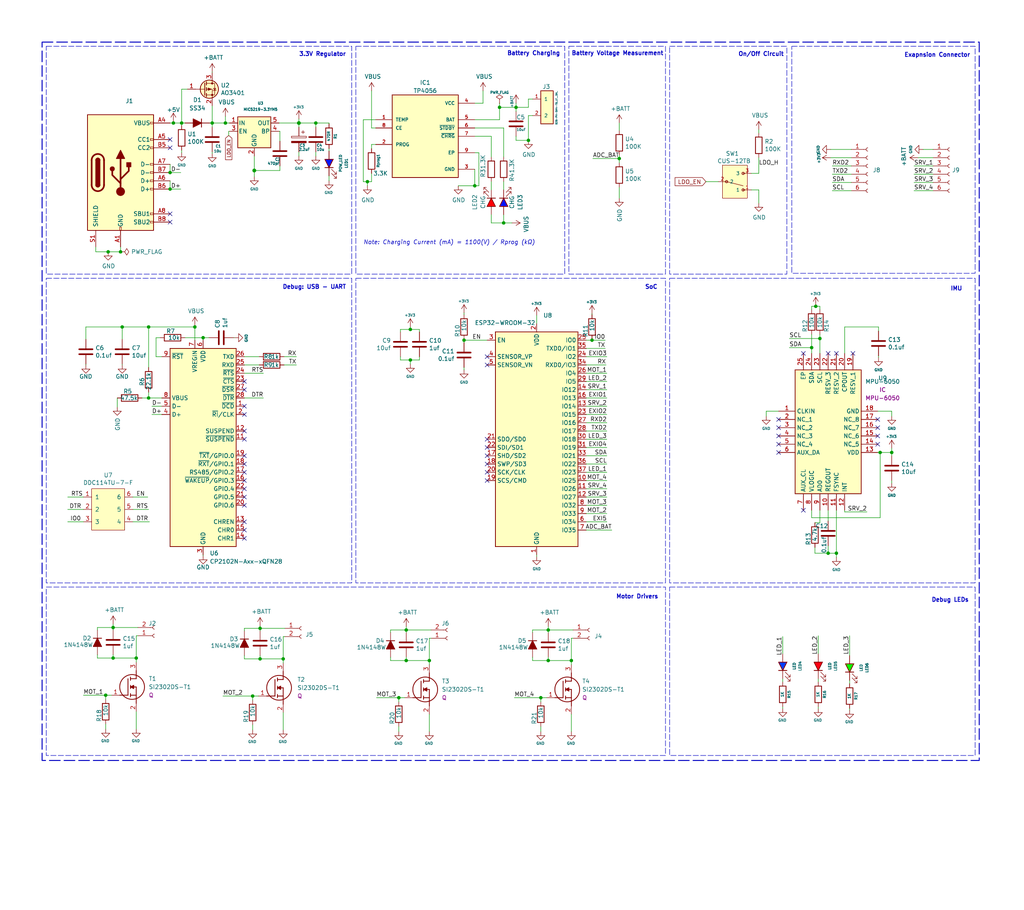
<source format=kicad_sch>
(kicad_sch (version 20240602) (generator "eeschema") (generator_version "8.99")
  (paper "User" 315.011 280.01)
  (title_block (title "ESP Drone") (date "2024-07-09") (rev "1.42b") (company "Chebe's Lab") (comment 1 "Edgar Nyandoro"))
  (lib_symbols
    (symbol "1N4148W_1" (pin_numbers hide) (pin_names hide)
      (property "Reference" "D2" (at -1.27 -4.572 90))
      (property "Value" "1N4148W" (at 0.762 -10.414 90))
      (symbol "1N4148W_1_1_1"
        (pin passive line (at -3.81 0 0) (length 2.54) (name "K") (number "1"))
        (pin passive line (at 3.81 0 180) (length 2.54) (name "A") (number "2"))
      )
    )
    (symbol "1N4148W_2" (pin_numbers hide) (pin_names hide)
      (property "Reference" "D3" (at -1.27 -4.572 90))
      (property "Value" "1N4148W" (at 0.762 -10.414 90))
      (symbol "1N4148W_2_1_1"
        (pin passive line (at -3.81 0 0) (length 2.54) (name "K") (number "1"))
        (pin passive line (at 3.81 0 180) (length 2.54) (name "A") (number "2"))
      )
    )
    (symbol "1N4148W_3" (pin_numbers hide) (pin_names hide)
      (property "Reference" "D4" (at -1.27 -4.572 90))
      (property "Value" "1N4148W" (at 0.762 -10.414 90))
      (symbol "1N4148W_3_1_1"
        (pin passive line (at -3.81 0 0) (length 2.54) (name "K") (number "1"))
        (pin passive line (at 3.81 0 180) (length 2.54) (name "A") (number "2"))
      )
    )
    (symbol "B2B-PH-SM4-TB_LF__SN_:B2B-PH-SM4-TB_LF__SN_" (pin_names (offset 1.016))
      (property "Reference" "U" (at -2.54 10.16 0))
      (property "Value" "B2B-PH-SM4-TB_LF__SN_" (at 0 0 0))
      (symbol "B2B-PH-SM4-TB_LF__SN__0_0"
        (pin bidirectional line (at -5.08 5.08 0) (length 2.54) (name "1") (number "1"))
        (pin bidirectional line (at -5.08 0 0) (length 2.54) (name "2") (number "2"))
      )
    )
    (symbol "CUS-12TB:CUS-12TB" (pin_names (offset 1.016))
      (property "Reference" "SW" (at 2.54 7.62 0))
      (property "Value" "CUS-12TB" (at 2.54 -7.62 0))
      (symbol "CUS-12TB_0_0"
        (pin passive line (at -2.54 0 0) (length 2.54) (name "2") (number "2"))
        (pin passive line (at 7.62 2.54 180) (length 2.54) (name "1") (number "1"))
        (pin passive line (at 7.62 -2.54 180) (length 2.54) (name "3") (number "3"))
      )
    )
    (symbol "Connector:Conn_01x02_Female" (pin_names (offset 1.016) hide)
      (property "Reference" "J" (at 0 2.54 0))
      (property "Value" "Conn_01x02_Female" (at 0 -5.08 0))
      (symbol "Conn_01x02_Female_1_1"
        (pin passive line (at -5.08 0 0) (length 3.81) (name "Pin_1") (number "1"))
        (pin passive line (at -5.08 -2.54 0) (length 3.81) (name "Pin_2") (number "2"))
      )
    )
    (symbol "Connector:Conn_01x06_Female" (pin_names (offset 1.016) hide)
      (property "Reference" "J" (at 0 7.62 0))
      (property "Value" "Conn_01x06_Female" (at 0 -10.16 0))
      (symbol "Conn_01x06_Female_1_1"
        (pin passive line (at -5.08 5.08 0) (length 3.81) (name "Pin_1") (number "1"))
        (pin passive line (at -5.08 2.54 0) (length 3.81) (name "Pin_2") (number "2"))
        (pin passive line (at -5.08 0 0) (length 3.81) (name "Pin_3") (number "3"))
        (pin passive line (at -5.08 -2.54 0) (length 3.81) (name "Pin_4") (number "4"))
        (pin passive line (at -5.08 -5.08 0) (length 3.81) (name "Pin_5") (number "5"))
        (pin passive line (at -5.08 -7.62 0) (length 3.81) (name "Pin_6") (number "6"))
      )
    )
    (symbol "Device:C" (pin_numbers hide) (pin_names (offset 0.254))
      (property "Reference" "C" (at 0.635 2.54 0))
      (property "Value" "C" (at 0.635 -2.54 0))
      (symbol "C_1_1"
        (pin passive line (at 0 3.81 270) (length 2.794) (name "~") (number "1"))
        (pin passive line (at 0 -3.81 90) (length 2.794) (name "~") (number "2"))
      )
    )
    (symbol "Device:C_Polarized" (pin_numbers hide) (pin_names (offset 0.254))
      (property "Reference" "C" (at 0.635 2.54 0))
      (property "Value" "C_Polarized" (at 0.635 -2.54 0))
      (symbol "C_Polarized_1_1"
        (pin passive line (at 0 3.81 270) (length 2.794) (name "~") (number "1"))
        (pin passive line (at 0 -3.81 90) (length 2.794) (name "~") (number "2"))
      )
    )
    (symbol "Device:LED" (pin_numbers hide) (pin_names (offset 1.016) hide)
      (property "Reference" "LED1" (at 0.0635 -5.334 0))
      (property "Value" "POW_LED" (at 0.0635 -3.556 0))
      (symbol "LED_1_1"
        (pin passive line (at -3.81 0 0) (length 2.54) (name "K") (number "1"))
        (pin passive line (at 3.81 0 180) (length 2.54) (name "A") (number "2"))
      )
    )
    (symbol "Device:R" (pin_numbers hide) (pin_names (offset 0))
      (property "Reference" "R" (at 2.032 0 90))
      (property "Value" "R" (at 0 0 90))
      (symbol "R_1_1"
        (pin passive line (at 0 3.81 270) (length 1.27) (name "~") (number "1"))
        (pin passive line (at 0 -3.81 90) (length 1.27) (name "~") (number "2"))
      )
    )
    (symbol "Diode:1N4148W" (pin_numbers hide) (pin_names hide)
      (property "Reference" "D5" (at -1.27 -4.572 90))
      (property "Value" "1N4148W" (at 0.762 -10.414 90))
      (symbol "1N4148W_1_1"
        (pin passive line (at -3.81 0 0) (length 2.54) (name "K") (number "1"))
        (pin passive line (at 3.81 0 180) (length 2.54) (name "A") (number "2"))
      )
    )
    (symbol "Diode:US1A" (pin_numbers hide) (pin_names (offset 1.016) hide)
      (property "Reference" "D1" (at 0 -7.112 0))
      (property "Value" "SS34" (at 0 -4.572 0))
      (symbol "US1A_1_1"
        (pin passive line (at -3.81 0 0) (length 2.54) (name "K") (number "1"))
        (pin passive line (at 3.81 0 180) (length 2.54) (name "A") (number "2"))
      )
    )
    (symbol "ESP32_TouchDown:DMG3415U-7" (pin_names (offset 0) hide)
      (property "Reference" "U2" (at 5.1816 1.1684 0))
      (property "Value" "AO3401" (at 5.1816 -1.143 0))
      (symbol "DMG3415U-7_1_1"
        (pin input line (at -5.08 0 0) (length 2.54) (name "G") (number "1"))
        (pin passive line (at 2.54 5.08 270) (length 2.54) (name "D") (number "3"))
        (pin passive line (at 2.54 -5.08 90) (length 2.54) (name "S") (number "2"))
      )
    )
    (symbol "Interface_USB:CP2102N-Axx-xQFN28"
      (property "Reference" "U" (at -8.89 31.75 0))
      (property "Value" "CP2102N-Axx-xQFN28" (at 12.7 31.75 0))
      (symbol "CP2102N-Axx-xQFN28_1_1"
        (pin input line (at -12.7 27.94 0) (length 2.54) (name "~{RST}") (number "9"))
        (pin input line (at -12.7 15.24 0) (length 2.54) (name "VBUS") (number "8"))
        (pin bidirectional line (at -12.7 12.7 0) (length 2.54) (name "D-") (number "5"))
        (pin bidirectional line (at -12.7 10.16 0) (length 2.54) (name "D+") (number "4"))
        (pin no_connect line (at -10.16 -27.94 0) (length 2.54) hide (name "NC") (number "10"))
        (pin power_in line (at -2.54 33.02 270) (length 2.54) (name "VREGIN") (number "7"))
        (pin power_in line (at 0 33.02 270) (length 2.54) (name "VDD") (number "6"))
        (pin passive line (at 0 -33.02 90) (length 2.54) hide (name "GND") (number "29"))
        (pin power_in line (at 0 -33.02 90) (length 2.54) (name "GND") (number "3"))
        (pin output line (at 12.7 27.94 180) (length 2.54) (name "TXD") (number "26"))
        (pin input line (at 12.7 25.4 180) (length 2.54) (name "RXD") (number "25"))
        (pin output line (at 12.7 22.86 180) (length 2.54) (name "~{RTS}") (number "24"))
        (pin input line (at 12.7 20.32 180) (length 2.54) (name "~{CTS}") (number "23"))
        (pin input line (at 12.7 17.78 180) (length 2.54) (name "~{DSR}") (number "27"))
        (pin output line (at 12.7 15.24 180) (length 2.54) (name "~{DTR}") (number "28"))
        (pin input line (at 12.7 12.7 180) (length 2.54) (name "~{DCD}") (number "1"))
        (pin bidirectional line (at 12.7 10.16 180) (length 2.54) (name "~{RI}/CLK") (number "2"))
        (pin output line (at 12.7 5.08 180) (length 2.54) (name "SUSPEND") (number "12"))
        (pin output line (at 12.7 2.54 180) (length 2.54) (name "~{SUSPEND}") (number "11"))
        (pin bidirectional line (at 12.7 -2.54 180) (length 2.54) (name "~{TXT}/GPIO.0") (number "19"))
        (pin bidirectional line (at 12.7 -5.08 180) (length 2.54) (name "~{RXT}/GPIO.1") (number "18"))
        (pin bidirectional line (at 12.7 -7.62 180) (length 2.54) (name "RS485/GPIO.2") (number "17"))
        (pin bidirectional line (at 12.7 -10.16 180) (length 2.54) (name "~{WAKEUP}/GPIO.3") (number "16"))
        (pin bidirectional line (at 12.7 -12.7 180) (length 2.54) (name "GPIO.4") (number "22"))
        (pin bidirectional line (at 12.7 -15.24 180) (length 2.54) (name "GPIO.5") (number "21"))
        (pin bidirectional line (at 12.7 -17.78 180) (length 2.54) (name "GPIO.6") (number "20"))
        (pin output line (at 12.7 -22.86 180) (length 2.54) (name "CHREN") (number "13"))
        (pin output line (at 12.7 -25.4 180) (length 2.54) (name "CHR0") (number "15"))
        (pin output line (at 12.7 -27.94 180) (length 2.54) (name "CHR1") (number "14"))
      )
    )
    (symbol "LED_1" (pin_numbers hide) (pin_names (offset 1.016) hide)
      (property "Reference" "LED4" (at 0.0635 -5.334 0))
      (property "Value" "LED" (at 0.0635 -3.556 0))
      (symbol "LED_1_1_1"
        (pin passive line (at -3.81 0 0) (length 2.54) (name "K") (number "1"))
        (pin passive line (at 3.81 0 180) (length 2.54) (name "A") (number "2"))
      )
    )
    (symbol "LED_2" (pin_numbers hide) (pin_names (offset 1.016) hide)
      (property "Reference" "LED5" (at 0.0635 -5.334 0))
      (property "Value" "LED" (at 0.0635 -3.556 0))
      (symbol "LED_2_1_1"
        (pin passive line (at -3.81 0 0) (length 2.54) (name "K") (number "1"))
        (pin passive line (at 3.81 0 180) (length 2.54) (name "A") (number "2"))
      )
    )
    (symbol "LED_3" (pin_numbers hide) (pin_names (offset 1.016) hide)
      (property "Reference" "LED6" (at 0.0635 -5.334 0))
      (property "Value" "LED" (at 0.0635 -3.556 0))
      (symbol "LED_3_1_1"
        (pin passive line (at -3.81 0 0) (length 2.54) (name "K") (number "1"))
        (pin passive line (at 3.81 0 180) (length 2.54) (name "A") (number "2"))
      )
    )
    (symbol "LED_4" (pin_numbers hide) (pin_names (offset 1.016) hide)
      (property "Reference" "LED2" (at 0 -5.08 0))
      (property "Value" "CHG" (at 0 -2.54 0))
      (symbol "LED_4_1_1"
        (pin passive line (at -3.81 0 0) (length 2.54) (name "K") (number "1"))
        (pin passive line (at 3.81 0 180) (length 2.54) (name "A") (number "2"))
      )
    )
    (symbol "LED_5" (pin_numbers hide) (pin_names (offset 1.016) hide)
      (property "Reference" "LED3" (at 0 -5.08 0))
      (property "Value" "CHG" (at 0 -2.54 0))
      (symbol "LED_5_1_1"
        (pin passive line (at -3.81 0 0) (length 2.54) (name "K") (number "1"))
        (pin passive line (at 3.81 0 180) (length 2.54) (name "A") (number "2"))
      )
    )
    (symbol "MPU-6050:MPU-6050"
      (property "Value" "MPU-6050" (at 0 0 0))
      (property "Reference_1" "IC" (at 26.67 17.78 0))
      (property "Value_1" "MPU-6050" (at 26.67 15.24 0))
      (symbol "MPU-6050_1_1"
        (pin passive line (at 0 0 0) (length 5.08) (name "CLKIN") (number "1"))
        (pin passive line (at 0 -2.54 0) (length 5.08) (name "NC_1") (number "2"))
        (pin passive line (at 0 -5.08 0) (length 5.08) (name "NC_2") (number "3"))
        (pin passive line (at 0 -7.62 0) (length 5.08) (name "NC_3") (number "4"))
        (pin passive line (at 0 -10.16 0) (length 5.08) (name "NC_4") (number "5"))
        (pin passive line (at 0 -12.7 0) (length 5.08) (name "AUX_DA") (number "6"))
        (pin passive line (at 7.62 17.78 270) (length 5.08) (name "EP") (number "25"))
        (pin passive line (at 7.62 -30.48 90) (length 5.08) (name "AUX_CL") (number "7"))
        (pin passive line (at 10.16 17.78 270) (length 5.08) (name "SDA") (number "24"))
        (pin passive line (at 10.16 -30.48 90) (length 5.08) (name "VLOGIC") (number "8"))
        (pin passive line (at 12.7 17.78 270) (length 5.08) (name "SCL") (number "23"))
        (pin passive line (at 12.7 -30.48 90) (length 5.08) (name "AD0") (number "9"))
        (pin passive line (at 15.24 17.78 270) (length 5.08) (name "RESV_3") (number "22"))
        (pin passive line (at 15.24 -30.48 90) (length 5.08) (name "REGOUT") (number "10"))
        (pin passive line (at 17.78 17.78 270) (length 5.08) (name "RESV_2") (number "21"))
        (pin passive line (at 17.78 -30.48 90) (length 5.08) (name "FSYNC") (number "11"))
        (pin passive line (at 20.32 17.78 270) (length 5.08) (name "CPOUT") (number "20"))
        (pin passive line (at 20.32 -30.48 90) (length 5.08) (name "INT") (number "12"))
        (pin passive line (at 22.86 17.78 270) (length 5.08) (name "RESV_1") (number "19"))
        (pin passive line (at 30.48 0 180) (length 5.08) (name "GND") (number "18"))
        (pin passive line (at 30.48 -2.54 180) (length 5.08) (name "NC_8") (number "17"))
        (pin passive line (at 30.48 -5.08 180) (length 5.08) (name "NC_7") (number "16"))
        (pin passive line (at 30.48 -7.62 180) (length 5.08) (name "NC_6") (number "15"))
        (pin passive line (at 30.48 -10.16 180) (length 5.08) (name "NC_5") (number "14"))
        (pin passive line (at 30.48 -12.7 180) (length 5.08) (name "VDD") (number "13"))
      )
    )
    (symbol "RF_Module:ESP32-WROOM-32"
      (property "Reference" "U" (at -12.7 34.29 0))
      (property "Value" "ESP32-WROOM-32" (at 1.27 34.29 0))
      (symbol "ESP32-WROOM-32_1_1"
        (pin input line (at -15.24 30.48 0) (length 2.54) (name "EN") (number "3"))
        (pin input line (at -15.24 25.4 0) (length 2.54) (name "SENSOR_VP") (number "4"))
        (pin input line (at -15.24 22.86 0) (length 2.54) (name "SENSOR_VN") (number "5"))
        (pin bidirectional line (at -15.24 0 0) (length 2.54) (name "SDO/SD0") (number "21"))
        (pin bidirectional line (at -15.24 -2.54 0) (length 2.54) (name "SDI/SD1") (number "22"))
        (pin bidirectional line (at -15.24 -5.08 0) (length 2.54) (name "SHD/SD2") (number "17"))
        (pin bidirectional line (at -15.24 -7.62 0) (length 2.54) (name "SWP/SD3") (number "18"))
        (pin bidirectional line (at -15.24 -10.16 0) (length 2.54) (name "SCK/CLK") (number "20"))
        (pin bidirectional line (at -15.24 -12.7 0) (length 2.54) (name "SCS/CMD") (number "19"))
        (pin no_connect line (at -12.7 -27.94 0) (length 2.54) hide (name "NC") (number "32"))
        (pin power_in line (at 0 35.56 270) (length 2.54) (name "VDD") (number "2"))
        (pin power_in line (at 0 -35.56 90) (length 2.54) (name "GND") (number "1"))
        (pin passive line (at 0 -35.56 90) (length 2.54) hide (name "GND") (number "15"))
        (pin passive line (at 0 -35.56 90) (length 2.54) hide (name "GND") (number "38"))
        (pin passive line (at 0 -35.56 90) (length 2.54) hide (name "GND") (number "39"))
        (pin bidirectional line (at 15.24 30.48 180) (length 2.54) (name "IO0") (number "25"))
        (pin bidirectional line (at 15.24 27.94 180) (length 2.54) (name "TXD0/IO1") (number "35"))
        (pin bidirectional line (at 15.24 25.4 180) (length 2.54) (name "IO2") (number "24"))
        (pin bidirectional line (at 15.24 22.86 180) (length 2.54) (name "RXD0/IO3") (number "34"))
        (pin bidirectional line (at 15.24 20.32 180) (length 2.54) (name "IO4") (number "26"))
        (pin bidirectional line (at 15.24 17.78 180) (length 2.54) (name "IO5") (number "29"))
        (pin bidirectional line (at 15.24 15.24 180) (length 2.54) (name "IO12") (number "14"))
        (pin bidirectional line (at 15.24 12.7 180) (length 2.54) (name "IO13") (number "16"))
        (pin bidirectional line (at 15.24 10.16 180) (length 2.54) (name "IO14") (number "13"))
        (pin bidirectional line (at 15.24 7.62 180) (length 2.54) (name "IO15") (number "23"))
        (pin bidirectional line (at 15.24 5.08 180) (length 2.54) (name "IO16") (number "27"))
        (pin bidirectional line (at 15.24 2.54 180) (length 2.54) (name "IO17") (number "28"))
        (pin bidirectional line (at 15.24 0 180) (length 2.54) (name "IO18") (number "30"))
        (pin bidirectional line (at 15.24 -2.54 180) (length 2.54) (name "IO19") (number "31"))
        (pin bidirectional line (at 15.24 -5.08 180) (length 2.54) (name "IO21") (number "33"))
        (pin bidirectional line (at 15.24 -7.62 180) (length 2.54) (name "IO22") (number "36"))
        (pin bidirectional line (at 15.24 -10.16 180) (length 2.54) (name "IO23") (number "37"))
        (pin bidirectional line (at 15.24 -12.7 180) (length 2.54) (name "IO25") (number "10"))
        (pin bidirectional line (at 15.24 -15.24 180) (length 2.54) (name "IO26") (number "11"))
        (pin bidirectional line (at 15.24 -17.78 180) (length 2.54) (name "IO27") (number "12"))
        (pin bidirectional line (at 15.24 -20.32 180) (length 2.54) (name "IO32") (number "8"))
        (pin bidirectional line (at 15.24 -22.86 180) (length 2.54) (name "IO33") (number "9"))
        (pin input line (at 15.24 -25.4 180) (length 2.54) (name "IO34") (number "6"))
        (pin input line (at 15.24 -27.94 180) (length 2.54) (name "IO35") (number "7"))
      )
    )
    (symbol "Regulator_Linear:MIC5219-3.3YM5" (pin_names (offset 0.254))
      (property "Reference" "U" (at -3.81 5.715 0))
      (property "Value" "MIC5219-3.3YM5" (at 0 5.715 0))
      (symbol "MIC5219-3.3YM5_1_1"
        (pin power_in line (at -7.62 2.54 0) (length 2.54) (name "IN") (number "1"))
        (pin input line (at -7.62 0 0) (length 2.54) (name "EN") (number "3"))
        (pin power_in line (at 0 -7.62 90) (length 2.54) (name "GND") (number "2"))
        (pin power_out line (at 7.62 2.54 180) (length 2.54) (name "OUT") (number "5"))
        (pin input line (at 7.62 0 180) (length 2.54) (name "BP") (number "4"))
      )
    )
    (symbol "SI2302DS-T1-NEW:SI2302DS-T1" (pin_names hide)
      (property "Reference" "Q" (at 11.43 3.81 0))
      (property "Value" "SI2302DS-T1" (at 11.43 1.27 0))
      (symbol "SI2302DS-T1_1_1"
        (pin passive line (at 0 0 0) (length 2.54) (name "G") (number "1"))
        (pin passive line (at 7.62 10.16 270) (length 2.54) (name "D") (number "3"))
        (pin passive line (at 7.62 -5.08 90) (length 2.54) (name "S") (number "2"))
      )
    )
    (symbol "TP4056:TP4056" (pin_names (offset 1.016))
      (property "Reference" "U" (at -10.16 13.208 0))
      (property "Value" "TP4056" (at -10.16 -15.24 0))
      (symbol "TP4056_0_0"
        (pin input line (at -15.24 5.08 0) (length 5.08) (name "TEMP") (number "1"))
        (pin input line (at -15.24 2.54 0) (length 5.08) (name "CE") (number "8"))
        (pin bidirectional line (at -15.24 -2.54 0) (length 5.08) (name "PROG") (number "2"))
        (pin power_in line (at 15.24 10.16 180) (length 5.08) (name "VCC") (number "4"))
        (pin output line (at 15.24 5.08 180) (length 5.08) (name "BAT") (number "5"))
        (pin output line (at 15.24 2.54 180) (length 5.08) (name "~{STDBY}") (number "6"))
        (pin output line (at 15.24 0 180) (length 5.08) (name "~{CHRG}") (number "7"))
        (pin passive line (at 15.24 -5.08 180) (length 5.08) (name "EP") (number "9"))
        (pin power_in line (at 15.24 -10.16 180) (length 5.08) (name "GND") (number "3"))
      )
    )
    (symbol "downloader-rescue:DDC114TU-7-F-my" (pin_names (offset 1.016))
      (property "Reference" "U7" (at 0 10.541 0))
      (property "Value" "DDC114TU-7-F" (at 0 8.2296 0))
      (symbol "DDC114TU-7-F-my_1_1"
        (pin passive line (at -7.62 3.81 0) (length 2.54) (name "1") (number "1"))
        (pin passive line (at -7.62 0 0) (length 2.54) (name "2") (number "2"))
        (pin passive line (at -7.62 -3.81 0) (length 2.54) (name "3") (number "3"))
        (pin passive line (at 7.62 3.81 180) (length 2.54) (name "6") (number "6"))
        (pin passive line (at 7.62 0 180) (length 2.54) (name "5") (number "5"))
        (pin passive line (at 7.62 -3.81 180) (length 2.54) (name "4") (number "4"))
      )
    )
    (symbol "downloader-rescue:USB_C_Receptacle_USB2.0-Connector" (pin_names (offset 1.016))
      (property "Reference" "J" (at -10.16 19.05 0))
      (property "Value" "USB_C_Receptacle_USB2.0-Connector" (at 19.05 19.05 0))
      (symbol "USB_C_Receptacle_USB2.0-Connector_1_1"
        (pin passive line (at -7.62 -22.86 90) (length 5.08) (name "SHIELD") (number "S1"))
        (pin power_in line (at 0 -22.86 90) (length 5.08) (name "GND") (number "A1"))
        (pin passive line (at 0 -22.86 90) (length 5.08) hide (name "GND") (number "A12"))
        (pin passive line (at 0 -22.86 90) (length 5.08) hide (name "GND") (number "B1"))
        (pin passive line (at 0 -22.86 90) (length 5.08) hide (name "GND") (number "B12"))
        (pin power_in line (at 15.24 15.24 180) (length 5.08) (name "VBUS") (number "A4"))
        (pin passive line (at 15.24 15.24 180) (length 5.08) hide (name "VBUS") (number "A9"))
        (pin passive line (at 15.24 15.24 180) (length 5.08) hide (name "VBUS") (number "B4"))
        (pin passive line (at 15.24 15.24 180) (length 5.08) hide (name "VBUS") (number "B9"))
        (pin bidirectional line (at 15.24 10.16 180) (length 5.08) (name "CC1") (number "A5"))
        (pin bidirectional line (at 15.24 7.62 180) (length 5.08) (name "CC2") (number "B5"))
        (pin bidirectional line (at 15.24 2.54 180) (length 5.08) (name "D-") (number "A7"))
        (pin bidirectional line (at 15.24 0 180) (length 5.08) (name "D-") (number "B7"))
        (pin bidirectional line (at 15.24 -2.54 180) (length 5.08) (name "D+") (number "A6"))
        (pin bidirectional line (at 15.24 -5.08 180) (length 5.08) (name "D+") (number "B6"))
        (pin bidirectional line (at 15.24 -12.7 180) (length 5.08) (name "SBU1") (number "A8"))
        (pin bidirectional line (at 15.24 -15.24 180) (length 5.08) (name "SBU2") (number "B8"))
      )
    )
    (symbol "power:+3V3" (power) (pin_names (offset 0))
      (property "Value" "+3V3" (at 0 3.556 0))
      (symbol "+3V3_1_1"
        (pin power_in line (at 0 0 90) (length 0) hide (name "+3V3") (number "1"))
      )
    )
    (symbol "power:+5V" (power) (pin_names (offset 0))
      (property "Value" "+5V" (at 0 3.556 0))
      (symbol "+5V_1_1"
        (pin power_in line (at 0 0 90) (length 0) hide (name "+5V") (number "1"))
      )
    )
    (symbol "power:+BATT" (power) (pin_names (offset 0))
      (property "Value" "+BATT" (at 0 3.556 0))
      (symbol "+BATT_1_1"
        (pin power_in line (at 0 0 90) (length 0) hide (name "+BATT") (number "1"))
      )
    )
    (symbol "power:GND" (power) (pin_names (offset 0))
      (property "Value" "GND" (at 0 -3.81 0))
      (symbol "GND_1_1"
        (pin power_in line (at 0 0 270) (length 0) hide (name "GND") (number "1"))
      )
    )
    (symbol "power:PWR_FLAG" (power) (pin_numbers hide) (pin_names (offset 0) hide)
      (property "Value" "PWR_FLAG" (at 0 3.81 0))
      (symbol "PWR_FLAG_0_0"
        (pin power_out line (at 0 0 90) (length 0) (name "pwr") (number "1"))
      )
    )
    (symbol "power:VBUS" (power) (pin_names (offset 0))
      (property "Value" "VBUS" (at 0 3.81 0))
      (symbol "VBUS_1_1"
        (pin power_in line (at 0 0 90) (length 0) hide (name "VBUS") (number "1"))
      )
    )
  )
  (rectangle (start 205.994 14.224) (end 242.062 84.328) (stroke (width 0) (type dash)))
  (rectangle (start 243.586 14.224) (end 299.974 84.074) (stroke (width 0) (type dash)))
  (rectangle (start 205.994 85.598) (end 299.974 179.324) (stroke (width 0) (type dash)))
  (rectangle (start 175.006 14.224) (end 204.724 84.328) (stroke (width 0) (type dash)))
  (rectangle (start 14.224 85.598) (end 108.204 179.324) (stroke (width 0) (type dash)))
  (rectangle (start 14.224 14.224) (end 108.204 84.328) (stroke (width 0) (type dash)))
  (rectangle (start 205.994 180.594) (end 299.974 232.41) (stroke (width 0) (type dash)))
  (rectangle (start 109.474 85.598) (end 204.724 179.324) (stroke (width 0) (type dash)))
  (rectangle (start 14.224 180.594) (end 204.724 232.41) (stroke (width 0) (type dash)))
  (rectangle (start 12.954 12.954) (end 301.244 233.934) (stroke (width 0.3) (type dash)))
  (rectangle (start 109.474 14.224) (end 173.736 84.328) (stroke (width 0) (type dash)))
  (text "SoC" (at 198.374 89.154 0) (effects (font (size 1.27 1.27) (thickness 0.254) (bold yes)) (justify left bottom)))
  (text "Battery Voltage Measurement" (at 175.768 17.272 0) (effects (font (size 1.27 1.27) (thickness 0.254) (bold yes)) (justify left bottom)))
  (text "IMU" (at 292.354 89.662 0) (effects (font (size 1.27 1.27) (thickness 0.254) (bold yes)) (justify left bottom)))
  (text "Motor Drivers" (at 189.484 184.404 0) (effects (font (size 1.27 1.27) (thickness 0.254) (bold yes)) (justify left bottom)))
  (text "Battery Charging" (at 155.956 17.272 0) (effects (font (size 1.27 1.27) (thickness 0.254) (bold yes)) (justify left bottom)))
  (text "Debug LEDs" (at 286.512 185.42 0) (effects (font (size 1.27 1.27) (thickness 0.254) (bold yes)) (justify left bottom)))
  (text "Debug: USB - UART" (at 86.868 89.154 0) (effects (font (size 1.27 1.27) (thickness 0.254) (bold yes)) (justify left bottom)))
  (text "Exapnsion Connector" (at 278.13 17.78 0) (effects (font (size 1.27 1.27) (thickness 0.254) (bold yes)) (justify left bottom)))
  (text "3.3V Regulator" (at 91.948 17.526 0) (effects (font (size 1.27 1.27) (thickness 0.254) (bold yes)) (justify left bottom)))
  (text "Note: Charging Current (mA) = 1100(V) / Rprog (kΩ)" (at 111.76 75.438 0) (effects (font (size 1.27 1.27) (italic yes)) (justify left bottom)))
  (text "On/Off Circuit" (at 227.076 17.526 0) (effects (font (size 1.27 1.27) (thickness 0.254) (bold yes)) (justify left bottom)))
  (junction (at 32.512 213.868))
  (junction (at 158.75 33.02))
  (junction (at 132.08 203.2))
  (junction (at 168.656 193.802))
  (junction (at 62.484 103.886))
  (junction (at 33.274 77.47))
  (junction (at 37.084 77.47))
  (junction (at 182.118 104.648))
  (junction (at 45.72 122.428))
  (junction (at 274.32 139.192))
  (junction (at 80.01 193.294))
  (junction (at 78.232 52.451) (diameter 1.016))
  (junction (at 166.37 214.63))
  (junction (at 52.324 53.086))
  (junction (at 153.67 33.02))
  (junction (at 41.91 202.438))
  (junction (at 97.155 37.846))
  (junction (at 55.88 37.846))
  (junction (at 162.56 43.18))
  (junction (at 190.5 48.768))
  (junction (at 124.968 203.2))
  (junction (at 270.764 139.192))
  (junction (at 113.03 55.88))
  (junction (at 175.768 203.2))
  (junction (at 252.222 104.14))
  (junction (at 91.948 37.846) (diameter 1.016))
  (junction (at 124.968 193.802))
  (junction (at 34.798 193.04))
  (junction (at 65.278 37.846))
  (junction (at 126.238 101.346))
  (junction (at 69.342 37.846))
  (junction (at 257.302 170.18))
  (junction (at 168.656 203.2))
  (junction (at 80.01 202.692))
  (junction (at 142.748 104.648))
  (junction (at 249.682 106.934))
  (junction (at 254.762 170.18))
  (junction (at 53.34 37.846))
  (junction (at 37.592 100.584))
  (junction (at 122.682 214.63))
  (junction (at 250.952 94.234))
  (junction (at 45.72 100.584))
  (junction (at 87.122 202.692))
  (junction (at 34.798 202.438))
  (junction (at 146.05 57.15))
  (junction (at 59.944 100.584))
  (junction (at 154.94 68.58))
  (junction (at 52.324 58.166))
  (junction (at 126.238 110.744))
  (junction (at 77.724 214.122))
  (no_connect (at 75.184 140.208))
  (no_connect (at 239.522 139.192))
  (no_connect (at 149.86 137.668))
  (no_connect (at 75.184 119.888))
  (no_connect (at 52.324 42.926))
  (no_connect (at 247.142 156.972))
  (no_connect (at 75.184 147.828))
  (no_connect (at 262.382 108.712))
  (no_connect (at 75.184 145.288))
  (no_connect (at 52.324 65.786))
  (no_connect (at 149.86 147.828))
  (no_connect (at 270.002 136.652))
  (no_connect (at 239.522 134.112))
  (no_connect (at 75.184 127.508))
  (no_connect (at 257.302 108.712))
  (no_connect (at 75.184 163.068))
  (no_connect (at 75.184 132.588))
  (no_connect (at 75.184 155.448))
  (no_connect (at 75.184 165.608))
  (no_connect (at 75.184 160.528))
  (no_connect (at 52.324 68.326))
  (no_connect (at 149.86 109.728))
  (no_connect (at 52.324 45.466))
  (no_connect (at 149.86 112.268))
  (no_connect (at 75.184 135.128))
  (no_connect (at 149.86 135.128))
  (no_connect (at 270.002 129.032))
  (no_connect (at 75.184 150.368))
  (no_connect (at 149.86 145.288))
  (no_connect (at 149.86 142.748))
  (no_connect (at 75.184 142.748))
  (no_connect (at 239.522 131.572))
  (no_connect (at 270.002 131.572))
  (no_connect (at 247.142 108.712))
  (no_connect (at 149.86 140.208))
  (no_connect (at 75.184 152.908))
  (no_connect (at 254.762 108.712))
  (no_connect (at 239.522 129.032))
  (no_connect (at 75.184 117.348))
  (no_connect (at 239.522 136.652))
  (no_connect (at 75.184 124.968))
  (no_connect (at 270.002 134.112))
  (wire (pts (xy 62.484 170.942) (xy 62.484 170.688)))
  (wire (pts (xy 41.91 195.58) (xy 41.91 202.438)))
  (wire (pts (xy 146.05 31.75) (xy 148.59 31.75)))
  (wire (pts (xy 78.232 52.451) (xy 78.232 54.356)))
  (wire (pts (xy 186.69 157.988) (xy 180.34 157.988)))
  (wire (pts (xy 86.106 43.434) (xy 86.106 40.386)))
  (wire (pts (xy 256.032 53.594) (xy 261.874 53.594)))
  (wire (pts (xy 34.798 193.04) (xy 34.798 193.802)))
  (wire (pts (xy 190.5 37.846) (xy 190.5 40.132)))
  (wire (pts (xy 48.006 109.728) (xy 49.784 109.728)))
  (wire (pts (xy 249.682 159.258) (xy 270.764 159.258)))
  (wire (pts (xy 252.222 108.712) (xy 252.222 104.14)))
  (wire (pts (xy 87.122 224.536) (xy 87.122 219.202)))
  (wire (pts (xy 240.792 195.834) (xy 240.792 201.168)))
  (wire (pts (xy 281.178 56.134) (xy 287.02 56.134)))
  (wire (pts (xy 186.182 104.648) (xy 182.118 104.648)))
  (wire (pts (xy 251.714 208.788) (xy 251.714 209.804)))
  (wire (pts (xy 114.3 39.37) (xy 114.3 27.94)))
  (wire (pts (xy 126.238 100.584) (xy 126.238 101.346)))
  (wire (pts (xy 168.656 203.2) (xy 163.83 203.2)))
  (wire (pts (xy 257.302 156.972) (xy 257.302 170.18)))
  (wire (pts (xy 163.83 193.802) (xy 163.83 194.564)))
  (wire (pts (xy 182.118 104.648) (xy 180.34 104.648)))
  (wire (pts (xy 57.658 27.432) (xy 55.88 27.432)))
  (wire (pts (xy 81.026 122.428) (xy 75.184 122.428)))
  (wire (pts (xy 186.69 150.368) (xy 180.34 150.368)))
  (wire (pts (xy 182.118 96.52) (xy 182.118 96.774)))
  (wire (pts (xy 77.724 214.122) (xy 77.724 215.392)))
  (wire (pts (xy 251.714 195.58) (xy 251.714 201.168)))
  (wire (pts (xy 148.59 31.75) (xy 148.59 27.94)))
  (wire (pts (xy 151.13 66.04) (xy 151.13 68.58)))
  (wire (pts (xy 186.69 135.128) (xy 180.34 135.128)))
  (wire (pts (xy 147.32 46.99) (xy 147.32 57.15)))
  (wire (pts (xy 123.19 110.744) (xy 126.238 110.744)))
  (wire (pts (xy 111.76 36.83) (xy 111.76 55.88)))
  (wire (pts (xy 182.372 48.768) (xy 190.5 48.768)))
  (wire (pts (xy 126.238 101.346) (xy 129.032 101.346)))
  (wire (pts (xy 186.436 112.268) (xy 180.34 112.268)))
  (wire (pts (xy 165.1 97.028) (xy 165.1 99.568)))
  (wire (pts (xy 259.842 156.972) (xy 259.842 157.48)))
  (wire (pts (xy 40.894 160.528) (xy 45.974 160.528)))
  (wire (pts (xy 25.654 152.908) (xy 20.828 152.908)))
  (wire (pts (xy 29.972 193.04) (xy 34.798 193.04)))
  (wire (pts (xy 78.232 48.006) (xy 78.232 52.451)))
  (wire (pts (xy 65.278 37.846) (xy 69.342 37.846)))
  (wire (pts (xy 64.262 103.886) (xy 62.484 103.886)))
  (wire (pts (xy 249.682 156.972) (xy 249.682 159.258)))
  (wire (pts (xy 240.792 208.788) (xy 240.792 209.804)))
  (wire (pts (xy 55.88 37.846) (xy 56.896 37.846)))
  (wire (pts (xy 120.142 193.802) (xy 120.142 194.564)))
  (wire (pts (xy 111.76 36.83) (xy 115.57 36.83)))
  (wire (pts (xy 37.592 100.584) (xy 45.72 100.584)))
  (wire (pts (xy 55.88 46.99) (xy 55.88 46.228)))
  (wire (pts (xy 37.084 77.47) (xy 33.274 77.47)))
  (wire (pts (xy 124.968 193.802) (xy 132.588 193.802)))
  (wire (pts (xy 91.948 46.736) (xy 91.948 48.006)))
  (wire (pts (xy 153.67 36.83) (xy 153.67 33.02)))
  (wire (pts (xy 186.69 114.808) (xy 180.34 114.808)))
  (wire (pts (xy 146.05 41.91) (xy 151.13 41.91)))
  (wire (pts (xy 80.01 193.294) (xy 80.01 194.056)))
  (wire (pts (xy 101.219 38.1) (xy 101.219 37.846)))
  (wire (pts (xy 146.05 52.07) (xy 146.05 57.15)))
  (wire (pts (xy 87.122 195.834) (xy 87.63 195.834)))
  (wire (pts (xy 114.3 44.45) (xy 114.3 45.72)))
  (wire (pts (xy 190.5 47.752) (xy 190.5 48.768)))
  (wire (pts (xy 158.75 33.02) (xy 153.67 33.02)))
  (wire (pts (xy 34.29 213.868) (xy 32.512 213.868)))
  (wire (pts (xy 37.592 112.268) (xy 37.592 112.014)))
  (wire (pts (xy 36.068 125.222) (xy 36.068 122.428)))
  (wire (pts (xy 49.276 103.886) (xy 48.006 103.886)))
  (wire (pts (xy 176.276 193.802) (xy 168.656 193.802)))
  (wire (pts (xy 79.502 214.122) (xy 77.724 214.122)))
  (wire (pts (xy 132.08 203.2) (xy 132.08 204.47)))
  (wire (pts (xy 186.69 160.528) (xy 180.34 160.528)))
  (wire (pts (xy 186.69 132.588) (xy 180.34 132.588)))
  (wire (pts (xy 168.656 202.184) (xy 168.656 203.2)))
  (wire (pts (xy 274.32 148.59) (xy 274.32 147.828)))
  (wire (pts (xy 186.69 124.968) (xy 180.34 124.968)))
  (wire (pts (xy 115.824 214.63) (xy 122.682 214.63)))
  (wire (pts (xy 166.37 214.63) (xy 166.37 215.9)))
  (wire (pts (xy 186.69 155.448) (xy 180.34 155.448)))
  (wire (pts (xy 65.278 37.846) (xy 65.278 39.116)))
  (wire (pts (xy 70.358 41.656) (xy 70.358 40.386)))
  (wire (pts (xy 25.654 156.718) (xy 20.828 156.718)))
  (wire (pts (xy 29.972 193.04) (xy 29.972 193.802)))
  (wire (pts (xy 186.69 147.828) (xy 180.34 147.828)))
  (wire (pts (xy 45.72 100.584) (xy 45.72 113.03)))
  (wire (pts (xy 52.324 55.626) (xy 52.324 58.166)))
  (wire (pts (xy 153.67 33.02) (xy 153.67 31.75)))
  (wire (pts (xy 129.032 101.346) (xy 129.032 102.108)))
  (wire (pts (xy 274.32 137.922) (xy 274.32 139.192)))
  (wire (pts (xy 186.69 109.728) (xy 180.34 109.728)))
  (wire (pts (xy 129.032 110.744) (xy 129.032 109.728)))
  (wire (pts (xy 257.302 171.45) (xy 257.302 170.18)))
  (wire (pts (xy 91.948 37.846) (xy 91.948 39.116)))
  (wire (pts (xy 270.002 139.192) (xy 270.764 139.192)))
  (wire (pts (xy 25.654 213.868) (xy 32.512 213.868)))
  (wire (pts (xy 87.63 193.294) (xy 80.01 193.294)))
  (wire (pts (xy 254.762 160.274) (xy 254.762 156.972)))
  (wire (pts (xy 34.798 192.024) (xy 34.798 193.04)))
  (wire (pts (xy 162.56 30.48) (xy 162.56 33.02)))
  (wire (pts (xy 154.94 66.04) (xy 154.94 68.58)))
  (wire (pts (xy 45.72 100.584) (xy 59.944 100.584)))
  (wire (pts (xy 46.736 127.508) (xy 49.784 127.508)))
  (wire (pts (xy 186.69 122.428) (xy 180.34 122.428)))
  (wire (pts (xy 270.256 100.584) (xy 270.256 101.854)))
  (wire (pts (xy 52.324 53.086) (xy 55.626 53.086)))
  (wire (pts (xy 186.69 152.908) (xy 180.34 152.908)))
  (wire (pts (xy 124.968 193.802) (xy 124.968 194.564)))
  (wire (pts (xy 40.894 152.908) (xy 45.466 152.908)))
  (wire (pts (xy 26.416 112.268) (xy 26.416 112.014)))
  (wire (pts (xy 59.944 100.584) (xy 59.944 104.648)))
  (wire (pts (xy 115.57 39.37) (xy 114.3 39.37)))
  (wire (pts (xy 53.34 37.338) (xy 53.34 37.846)))
  (wire (pts (xy 124.968 193.802) (xy 120.142 193.802)))
  (wire (pts (xy 239.522 126.492) (xy 235.712 126.492)))
  (wire (pts (xy 65.278 22.098) (xy 65.278 22.352)))
  (wire (pts (xy 75.184 202.692) (xy 75.184 201.676)))
  (wire (pts (xy 32.512 224.282) (xy 32.512 222.758)))
  (wire (pts (xy 91.186 112.268) (xy 87.376 112.268)))
  (wire (pts (xy 124.46 214.63) (xy 122.682 214.63)))
  (wire (pts (xy 158.75 33.02) (xy 158.75 34.29)))
  (wire (pts (xy 259.842 157.48) (xy 266.7 157.48)))
  (wire (pts (xy 142.748 113.792) (xy 142.748 113.03)))
  (wire (pts (xy 249.682 94.234) (xy 250.952 94.234)))
  (wire (pts (xy 256.032 51.054) (xy 261.874 51.054)))
  (wire (pts (xy 132.08 225.044) (xy 132.08 219.71)))
  (wire (pts (xy 242.824 104.14) (xy 252.222 104.14)))
  (wire (pts (xy 80.01 192.532) (xy 80.01 193.294)))
  (wire (pts (xy 68.58 214.122) (xy 77.724 214.122)))
  (wire (pts (xy 163.83 203.2) (xy 163.83 202.184)))
  (wire (pts (xy 101.219 54.102) (xy 101.219 55.626)))
  (wire (pts (xy 233.426 48.514) (xy 233.426 53.34)))
  (wire (pts (xy 252.222 95.25) (xy 252.222 94.234)))
  (wire (pts (xy 186.69 145.288) (xy 180.34 145.288)))
  (wire (pts (xy 79.756 109.728) (xy 75.184 109.728)))
  (wire (pts (xy 147.32 57.15) (xy 146.05 57.15)))
  (wire (pts (xy 165.1 171.196) (xy 165.1 170.688)))
  (wire (pts (xy 41.91 224.282) (xy 41.91 218.948)))
  (wire (pts (xy 52.324 58.166) (xy 55.626 58.166)))
  (wire (pts (xy 282.448 48.514) (xy 287.02 48.514)))
  (wire (pts (xy 168.656 192.786) (xy 168.656 193.802)))
  (wire (pts (xy 41.91 202.438) (xy 34.798 202.438)))
  (wire (pts (xy 34.798 193.04) (xy 42.418 193.04)))
  (wire (pts (xy 281.178 51.054) (xy 287.02 51.054)))
  (wire (pts (xy 162.56 35.56) (xy 162.56 43.18)))
  (wire (pts (xy 91.948 37.846) (xy 97.155 37.846)))
  (wire (pts (xy 190.5 48.768) (xy 190.5 50.038)))
  (wire (pts (xy 190.5 60.96) (xy 190.5 57.658)))
  (wire (pts (xy 274.32 128.016) (xy 274.32 126.492)))
  (wire (pts (xy 146.05 39.37) (xy 154.94 39.37)))
  (wire (pts (xy 254.762 170.18) (xy 257.302 170.18)))
  (wire (pts (xy 114.3 55.88) (xy 113.03 55.88)))
  (wire (pts (xy 70.358 40.386) (xy 70.612 40.386)))
  (wire (pts (xy 186.69 127.508) (xy 180.34 127.508)))
  (wire (pts (xy 274.32 139.192) (xy 274.32 140.208)))
  (wire (pts (xy 270.764 139.192) (xy 274.32 139.192)))
  (wire (pts (xy 86.106 51.054) (xy 86.106 52.451)))
  (wire (pts (xy 252.222 160.782) (xy 252.222 156.972)))
  (wire (pts (xy 132.588 196.342) (xy 132.08 196.342)))
  (wire (pts (xy 115.57 44.45) (xy 114.3 44.45)))
  (wire (pts (xy 80.01 202.692) (xy 75.184 202.692)))
  (wire (pts (xy 175.768 203.2) (xy 168.656 203.2)))
  (wire (pts (xy 146.05 57.15) (xy 140.97 57.15)))
  (wire (pts (xy 151.13 68.58) (xy 154.94 68.58)))
  (wire (pts (xy 37.592 100.584) (xy 37.592 104.394)))
  (wire (pts (xy 80.01 201.676) (xy 80.01 202.692)))
  (wire (pts (xy 233.426 39.878) (xy 233.426 40.894)))
  (wire (pts (xy 249.682 102.87) (xy 249.682 106.934)))
  (wire (pts (xy 29.464 77.47) (xy 33.274 77.47)))
  (wire (pts (xy 142.748 104.394) (xy 142.748 104.648)))
  (wire (pts (xy 261.366 195.58) (xy 261.366 201.676)))
  (wire (pts (xy 158.75 31.75) (xy 158.75 33.02)))
  (wire (pts (xy 142.748 104.648) (xy 149.86 104.648)))
  (wire (pts (xy 55.88 27.432) (xy 55.88 37.846)))
  (wire (pts (xy 26.416 104.394) (xy 26.416 100.584)))
  (wire (pts (xy 97.155 37.846) (xy 101.219 37.846)))
  (wire (pts (xy 242.824 106.934) (xy 249.682 106.934)))
  (wire (pts (xy 158.75 33.02) (xy 162.56 33.02)))
  (wire (pts (xy 231.14 58.42) (xy 233.426 58.42)))
  (wire (pts (xy 142.748 104.648) (xy 142.748 105.41)))
  (wire (pts (xy 249.682 108.712) (xy 249.682 106.934)))
  (wire (pts (xy 46.736 124.968) (xy 49.784 124.968)))
  (wire (pts (xy 29.972 202.438) (xy 29.972 201.422)))
  (wire (pts (xy 250.698 160.782) (xy 252.222 160.782)))
  (wire (pts (xy 168.656 193.802) (xy 163.83 193.802)))
  (wire (pts (xy 186.69 140.208) (xy 180.34 140.208)))
  (wire (pts (xy 259.842 100.584) (xy 270.256 100.584)))
  (wire (pts (xy 188.214 163.068) (xy 180.34 163.068)))
  (wire (pts (xy 124.968 203.2) (xy 120.142 203.2)))
  (wire (pts (xy 65.278 32.512) (xy 65.278 37.846)))
  (wire (pts (xy 186.182 107.188) (xy 180.34 107.188)))
  (wire (pts (xy 256.032 56.134) (xy 261.874 56.134)))
  (wire (pts (xy 43.688 122.428) (xy 45.72 122.428)))
  (wire (pts (xy 259.842 108.712) (xy 259.842 100.584)))
  (wire (pts (xy 41.91 202.438) (xy 41.91 203.708)))
  (wire (pts (xy 45.72 120.65) (xy 45.72 122.428)))
  (wire (pts (xy 32.512 213.868) (xy 32.512 215.138)))
  (wire (pts (xy 59.944 100.076) (xy 59.944 100.584)))
  (wire (pts (xy 56.896 103.886) (xy 62.484 103.886)))
  (wire (pts (xy 182.118 104.394) (xy 182.118 104.648)))
  (wire (pts (xy 274.32 126.492) (xy 270.002 126.492)))
  (wire (pts (xy 48.006 103.886) (xy 48.006 109.728)))
  (wire (pts (xy 186.69 119.888) (xy 180.34 119.888)))
  (wire (pts (xy 52.324 50.546) (xy 52.324 53.086)))
  (wire (pts (xy 151.13 41.91) (xy 151.13 48.26)))
  (wire (pts (xy 77.724 224.536) (xy 77.724 223.012)))
  (wire (pts (xy 281.178 58.674) (xy 287.02 58.674)))
  (wire (pts (xy 86.106 52.451) (xy 78.232 52.451)))
  (wire (pts (xy 175.768 203.2) (xy 175.768 204.47)))
  (wire (pts (xy 114.3 53.34) (xy 114.3 55.88)))
  (wire (pts (xy 250.698 168.402) (xy 250.698 170.18)))
  (wire (pts (xy 283.972 45.974) (xy 287.02 45.974)))
  (wire (pts (xy 249.682 95.25) (xy 249.682 94.234)))
  (wire (pts (xy 34.798 202.438) (xy 29.972 202.438)))
  (wire (pts (xy 42.418 195.58) (xy 41.91 195.58)))
  (wire (pts (xy 101.219 45.72) (xy 101.219 46.482)))
  (wire (pts (xy 69.342 37.846) (xy 70.612 37.846)))
  (wire (pts (xy 186.69 130.048) (xy 180.34 130.048)))
  (wire (pts (xy 45.72 122.428) (xy 49.784 122.428)))
  (wire (pts (xy 251.714 217.932) (xy 251.714 217.424)))
  (wire (pts (xy 123.19 101.346) (xy 126.238 101.346)))
  (wire (pts (xy 154.94 55.88) (xy 154.94 58.42)))
  (wire (pts (xy 97.155 39.116) (xy 97.155 37.846)))
  (wire (pts (xy 86.106 40.386) (xy 85.852 40.386)))
  (wire (pts (xy 111.76 55.88) (xy 113.03 55.88)))
  (wire (pts (xy 79.756 112.268) (xy 75.184 112.268)))
  (wire (pts (xy 158.242 214.63) (xy 166.37 214.63)))
  (wire (pts (xy 175.768 225.044) (xy 175.768 219.71)))
  (wire (pts (xy 146.05 36.83) (xy 153.67 36.83)))
  (wire (pts (xy 52.324 37.846) (xy 53.34 37.846)))
  (wire (pts (xy 168.656 193.802) (xy 168.656 194.564)))
  (wire (pts (xy 87.122 202.692) (xy 80.01 202.692)))
  (wire (pts (xy 123.19 109.728) (xy 123.19 110.744)))
  (wire (pts (xy 151.13 55.88) (xy 151.13 58.42)))
  (wire (pts (xy 29.464 75.946) (xy 29.464 77.47)))
  (wire (pts (xy 252.222 102.87) (xy 252.222 104.14)))
  (wire (pts (xy 34.798 201.422) (xy 34.798 202.438)))
  (wire (pts (xy 97.155 46.736) (xy 97.155 48.006)))
  (wire (pts (xy 255.524 45.974) (xy 261.874 45.974)))
  (wire (pts (xy 123.19 102.108) (xy 123.19 101.346)))
  (wire (pts (xy 124.968 192.786) (xy 124.968 193.802)))
  (wire (pts (xy 91.186 109.728) (xy 87.376 109.728)))
  (wire (pts (xy 75.184 193.294) (xy 75.184 194.056)))
  (wire (pts (xy 72.136 103.886) (xy 71.882 103.886)))
  (wire (pts (xy 175.768 196.342) (xy 176.276 196.342)))
  (wire (pts (xy 231.14 53.34) (xy 233.426 53.34)))
  (wire (pts (xy 175.768 196.342) (xy 175.768 203.2)))
  (wire (pts (xy 37.084 75.946) (xy 37.084 77.47)))
  (wire (pts (xy 270.764 159.258) (xy 270.764 139.192)))
  (wire (pts (xy 80.01 193.294) (xy 75.184 193.294)))
  (wire (pts (xy 87.122 195.834) (xy 87.122 202.692)))
  (wire (pts (xy 146.05 46.99) (xy 147.32 46.99)))
  (wire (pts (xy 166.37 225.044) (xy 166.37 223.52)))
  (wire (pts (xy 124.968 202.184) (xy 124.968 203.2)))
  (wire (pts (xy 154.94 39.37) (xy 154.94 48.26)))
  (wire (pts (xy 281.178 53.594) (xy 287.02 53.594)))
  (wire (pts (xy 158.75 41.91) (xy 158.75 43.18)))
  (wire (pts (xy 186.69 142.748) (xy 180.34 142.748)))
  (wire (pts (xy 163.83 35.56) (xy 162.56 35.56)))
  (wire (pts (xy 154.94 68.58) (xy 157.48 68.58)))
  (wire (pts (xy 87.122 202.692) (xy 87.122 203.962)))
  (wire (pts (xy 158.75 43.18) (xy 162.56 43.18)))
  (wire (pts (xy 120.142 203.2) (xy 120.142 202.184)))
  (wire (pts (xy 85.852 37.846) (xy 91.948 37.846)))
  (wire (pts (xy 26.416 100.584) (xy 37.592 100.584)))
  (wire (pts (xy 65.278 46.736) (xy 65.278 47.244)))
  (wire (pts (xy 132.08 203.2) (xy 124.968 203.2)))
  (wire (pts (xy 69.342 35.814) (xy 69.342 37.846)))
  (wire (pts (xy 186.69 137.668) (xy 180.34 137.668)))
  (wire (pts (xy 250.698 170.18) (xy 254.762 170.18)))
  (wire (pts (xy 235.712 126.492) (xy 235.712 128.016)))
  (wire (pts (xy 252.222 94.234) (xy 250.952 94.234)))
  (wire (pts (xy 126.238 110.744) (xy 129.032 110.744)))
  (wire (pts (xy 64.516 37.846) (xy 65.278 37.846)))
  (wire (pts (xy 126.238 110.744) (xy 126.238 112.014)))
  (wire (pts (xy 142.748 96.266) (xy 142.748 96.774)))
  (wire (pts (xy 261.366 218.44) (xy 261.366 217.932)))
  (wire (pts (xy 270.256 109.982) (xy 270.256 109.474)))
  (wire (pts (xy 40.894 156.718) (xy 45.72 156.718)))
  (wire (pts (xy 132.08 196.342) (xy 132.08 203.2)))
  (wire (pts (xy 81.026 114.808) (xy 75.184 114.808)))
  (wire (pts (xy 113.03 55.88) (xy 113.03 57.15)))
  (wire (pts (xy 55.88 37.846) (xy 55.88 38.608)))
  (wire (pts (xy 186.69 117.348) (xy 180.34 117.348)))
  (wire (pts (xy 53.34 37.846) (xy 55.88 37.846)))
  (wire (pts (xy 254.762 167.894) (xy 254.762 170.18)))
  (wire (pts (xy 240.792 217.932) (xy 240.792 217.424)))
  (wire (pts (xy 250.952 94.234) (xy 250.952 93.98)))
  (wire (pts (xy 25.654 160.528) (xy 20.828 160.528)))
  (wire (pts (xy 91.948 36.576) (xy 91.948 37.846)))
  (wire (pts (xy 255.524 48.514) (xy 261.874 48.514)))
  (wire (pts (xy 122.682 225.044) (xy 122.682 223.52)))
  (wire (pts (xy 217.17 55.88) (xy 220.98 55.88)))
  (wire (pts (xy 168.148 214.63) (xy 166.37 214.63)))
  (wire (pts (xy 256.032 58.674) (xy 261.874 58.674)))
  (wire (pts (xy 162.56 30.48) (xy 163.83 30.48)))
  (wire (pts (xy 122.682 214.63) (xy 122.682 215.9)))
  (wire (pts (xy 62.484 104.648) (xy 62.484 103.886)))
  (wire (pts (xy 233.426 58.42) (xy 233.426 62.484)))
  (wire (pts (xy 261.366 209.296) (xy 261.366 210.312)))
  (label "ADC_BAT" (at 182.372 48.768 0))
  (label "LED_2" (at 251.714 195.58 270))
  (label "SRV_4" (at 281.178 58.674 0))
  (label "EN" (at 41.91 152.908 0))
  (label "MOT_1" (at 186.69 114.808 180))
  (label "DTR" (at 21.336 156.718 0))
  (label "SCL" (at 256.032 58.674 0))
  (label "MOT_4" (at 158.242 214.63 0))
  (label "SDA" (at 186.69 140.208 180))
  (label "SRV_1" (at 186.69 119.888 180))
  (label "MOT_3" (at 186.69 155.448 180))
  (label "TX" (at 186.182 107.188 180))
  (label "MOT_3" (at 115.824 214.63 0))
  (label "RTS" (at 81.026 114.808 180))
  (label "MOT_2" (at 186.69 157.988 180))
  (label "SCL" (at 186.69 142.748 180))
  (label "EXIO3" (at 186.69 109.728 180))
  (label "D-" (at 46.736 124.968 0))
  (label "TXD2" (at 256.032 53.594 0))
  (label "SRV_3" (at 281.178 56.134 0))
  (label "RX" (at 186.436 112.268 180))
  (label "SDA" (at 256.032 56.134 0))
  (label "RTS" (at 21.844 152.908 0))
  (label "EXI5" (at 186.69 160.528 180))
  (label "IO0" (at 186.182 104.648 180))
  (label "EXIO2" (at 186.69 127.508 180))
  (label "SRV_4" (at 186.69 150.368 180))
  (label "TXD2" (at 186.69 132.588 180))
  (label "SRV_1" (at 281.178 51.054 0))
  (label "SDA" (at 242.824 106.934 0))
  (label "D-" (at 55.626 53.086 180))
  (label "MOT_1" (at 25.654 213.868 0))
  (label "LED_1" (at 186.69 145.288 180))
  (label "MOT_2" (at 68.58 214.122 0))
  (label "ADC_BAT" (at 188.214 163.068 180))
  (label "LED_2" (at 186.69 117.348 180))
  (label "D+" (at 46.736 127.508 0))
  (label "EXIO4" (at 186.69 137.668 180))
  (label "SCL" (at 242.824 104.14 0))
  (label "LED_3" (at 261.366 195.58 270))
  (label "EXIO1" (at 186.69 122.428 180))
  (label "IO0" (at 21.59 160.528 0))
  (label "LED_3" (at 186.69 135.128 180))
  (label "SRV_2" (at 186.69 124.968 180))
  (label "SRV_2" (at 281.178 53.594 0))
  (label "RXD2" (at 256.032 51.054 0))
  (label "DTR" (at 41.91 160.528 0))
  (label "SRV_2" (at 266.7 157.48 180))
  (label "EN" (at 145.288 104.648 0))
  (label "D+" (at 55.626 58.166 180))
  (label "RXD2" (at 186.69 130.048 180))
  (label "DTR" (at 81.026 122.428 180))
  (label "RTS" (at 41.91 156.718 0))
  (label "SRV_3" (at 186.69 152.908 180))
  (label "MOT_4" (at 186.69 147.828 180))
  (label "LDO_H" (at 233.426 51.054 0))
  (label "LED_1" (at 240.792 195.834 270))
  (label "TX" (at 91.186 112.268 180))
  (label "RX" (at 91.186 109.728 180))
  (global_label "LDO_EN" (shape input) (at 70.358 41.656 270) (effects (font (size 1 1))) (property "Intersheetrefs" "${INTERSHEET_REFS}" (effects (hide yes))))
  (global_label "LDO_EN" (shape input) (at 217.17 55.88 180) (property "Intersheetrefs" "${INTERSHEET_REFS}" (effects (hide yes))))
  (symbol (lib_id "power:+3V3") (at 182.118 96.52 0) (unit 1)
    (property "Reference" "#PWR037" (effects (hide yes)))
    (property "Value" "+3V3" (at 181.991 92.8878 0) (effects (font (size 0.8 0.8))))
  )
  (symbol (lib_id "Connector:Conn_01x06_Female") (at 266.954 51.054 0) (unit 1)
    (property "Reference" "J8" (at 268.478 52.3239 0) (effects (justify left)))
    (property "Value" "Conn_01x06_Female" (effects (hide yes)))
    (property "Footprint" "Connector_PinHeader_2.54mm:PinHeader_1x06_P2.54mm_Vertical" (effects (hide yes)))
  )
  (symbol (lib_id "Device:R") (at 83.566 109.728 90) (unit 1)
    (property "Reference" "R8" (at 83.82 109.728 90) (effects (justify left)))
    (property "Value" "1k" (at 85.852 109.728 90) (effects (justify left)))
    (property "Footprint" "Resistor_SMD:R_0603_1608Metric" (effects (hide yes)))
  )
  (symbol (lib_id "power:+BATT") (at 80.01 192.532 0) (unit 1)
    (property "Reference" "#PWR0101" (effects (hide yes)))
    (property "Value" "+BATT" (at 80.391 188.1378 0))
  )
  (symbol (lib_id "power:+BATT") (at 124.968 192.786 0) (unit 1)
    (property "Reference" "#PWR0102" (effects (hide yes)))
    (property "Value" "+BATT" (at 125.349 188.3918 0))
  )
  (symbol (lib_id "power:GND") (at 261.366 218.44 0) (unit 1)
    (property "Reference" "#PWR047" (effects (hide yes)))
    (property "Value" "GND" (at 261.239 222.0722 0) (effects (font (size 0.8 0.8))))
  )
  (symbol (lib_id "power:GND") (at 165.1 171.196 0) (unit 1)
    (property "Reference" "#PWR036" (effects (hide yes)))
    (property "Value" "GND" (at 165.1 175.006 0) (effects (font (size 0.8 0.8))))
  )
  (symbol (lib_id "power:VBUS") (at 69.342 35.814 0) (unit 1)
    (property "Reference" "#PWR06" (effects (hide yes)))
    (property "Value" "VBUS" (at 69.723 31.4198 0))
  )
  (symbol (lib_id "Device:C") (at 274.32 144.018 0) (unit 1)
    (property "Reference" "C14" (at 277.241 142.8496 0) (effects (justify left)))
    (property "Value" "10uf" (at 277.241 145.161 0) (effects (justify left)))
    (property "Footprint" "Capacitor_SMD:C_0603_1608Metric" (effects (hide yes)))
  )
  (symbol (lib_id "Device:C") (at 129.032 105.918 0) (unit 1)
    (property "Reference" "C10" (at 131.953 104.7496 0) (effects (justify left)))
    (property "Value" "1uf" (at 131.953 107.061 0) (effects (justify left)))
    (property "Footprint" "Capacitor_SMD:C_0603_1608Metric" (effects (hide yes)))
  )
  (symbol (lib_id "power:GND") (at 41.91 224.282 0) (unit 1)
    (property "Reference" "#PWR049" (effects (hide yes)))
    (property "Value" "GND" (at 41.783 227.9142 0) (effects (font (size 0.8 0.8))))
  )
  (symbol (lib_id "SI2302DS-T1-NEW:SI2302DS-T1") (at 124.46 214.63 0) (unit 1)
    (property "Reference" "T3" (at 135.89 209.5499 0) (effects (justify left)))
    (property "Value" "SI2302DS-T1" (at 135.89 212.0899 0) (effects (justify left)))
    (property "Footprint" "AddedLibraries:SOT95P237X112-3N" (effects (hide yes)))
    (property "Datasheet" "https://4donline.ihs.com/images/VipMasterIC/IC/SILX/SILXS08192/SILXS08192-1.pdf?hkey=EF798316E3902B6ED9A73243A3159BB0" (effects (hide yes)))
    (property "Description" "ER -  Transistor, MOSFET, N Ch" (effects (hide yes)))
    (property "Reference_1" "Q" (at 135.89 214.6299 0) (effects (justify left)))
    (property "Value_1" "SI2302DS-T1" (effects (hide yes)))
    (property "Footprint_1" "SOT95P237X112-3N" (effects (hide yes)))
    (property "Datasheet_1" "https://4donline.ihs.com/images/VipMasterIC/IC/SILX/SILXS08192/SILXS08192-1.pdf?hkey=EF798316E3902B6ED9A73243A3159BB0" (effects (hide yes)))
    (property "Height" "1.12" (effects (hide yes)))
    (property "Mouser Part Number" "781-SI2302DS" (effects (hide yes)))
    (property "Mouser Price/Stock" "https://www.mouser.co.uk/ProductDetail/Vishay-Siliconix/SI2302DS-T1?qs=Vtbibb3IBkf5ybaLingfiw%3D%3D" (effects (hide yes)))
    (property "Manufacturer_Name" "Vishay" (effects (hide yes)))
    (property "Manufacturer_Part_Number" "SI2302DS-T1" (effects (hide yes)))
  )
  (symbol (lib_id "power:GND") (at 235.712 128.016 0) (unit 1)
    (property "Reference" "#PWR038" (effects (hide yes)))
    (property "Value" "GND" (at 235.712 131.826 0) (effects (font (size 0.8 0.8))))
  )
  (symbol (lib_id "power:GND") (at 255.524 45.974 270) (unit 1)
    (property "Reference" "#PWR056" (effects (hide yes)))
    (property "Value" "GND" (at 251.714 45.974 0) (effects (font (size 0.8 0.8))))
  )
  (symbol (lib_id "SI2302DS-T1-NEW:SI2302DS-T1") (at 34.29 213.868 0) (unit 1)
    (property "Reference" "T1" (at 45.72 208.7879 0) (effects (justify left)))
    (property "Value" "SI2302DS-T1" (at 45.72 211.3279 0) (effects (justify left)))
    (property "Footprint" "AddedLibraries:SOT95P237X112-3N" (effects (hide yes)))
    (property "Datasheet" "https://4donline.ihs.com/images/VipMasterIC/IC/SILX/SILXS08192/SILXS08192-1.pdf?hkey=EF798316E3902B6ED9A73243A3159BB0" (effects (hide yes)))
    (property "Description" "ER -  Transistor, MOSFET, N Ch" (effects (hide yes)))
    (property "Reference_1" "Q" (at 45.72 213.8679 0) (effects (justify left)))
    (property "Value_1" "SI2302DS-T1" (effects (hide yes)))
    (property "Footprint_1" "SOT95P237X112-3N" (effects (hide yes)))
    (property "Datasheet_1" "https://4donline.ihs.com/images/VipMasterIC/IC/SILX/SILXS08192/SILXS08192-1.pdf?hkey=EF798316E3902B6ED9A73243A3159BB0" (effects (hide yes)))
    (property "Height" "1.12" (effects (hide yes)))
    (property "Mouser Part Number" "781-SI2302DS" (effects (hide yes)))
    (property "Mouser Price/Stock" "https://www.mouser.co.uk/ProductDetail/Vishay-Siliconix/SI2302DS-T1?qs=Vtbibb3IBkf5ybaLingfiw%3D%3D" (effects (hide yes)))
    (property "Manufacturer_Name" "Vishay" (effects (hide yes)))
    (property "Manufacturer_Part_Number" "SI2302DS-T1" (effects (hide yes)))
  )
  (symbol (lib_id "Device:R") (at 182.118 100.584 180) (unit 1)
    (property "Reference" "R11" (at 180.086 99.822 90) (effects (justify left)))
    (property "Value" "10k" (at 182.118 98.298 90) (effects (justify left)))
    (property "Footprint" "Resistor_SMD:R_0603_1608Metric" (effects (hide yes)))
  )
  (symbol (lib_id "Device:R") (at 101.219 41.91 180) (unit 1)
    (property "Reference" "R1" (at 103.1748 41.91 90) (effects (font (size 0.8 0.8))))
    (property "Value" "470R" (at 101.1174 41.91 90) (effects (font (size 0.8 0.8))))
    (property "Footprint" "Resistor_SMD:R_0603_1608Metric" (effects (hide yes)))
  )
  (symbol (lib_id "Connector:Conn_01x06_Female") (at 292.1 51.054 0) (unit 1)
    (property "Reference" "J9" (at 292.862 52.3239 0) (effects (justify left)))
    (property "Value" "Conn_01x06_Female" (effects (hide yes)))
    (property "Footprint" "Connector_PinHeader_2.54mm:PinHeader_1x06_P2.54mm_Vertical" (effects (hide yes)))
  )
  (symbol (lib_id "power:+3V3") (at 126.238 100.584 0) (unit 1)
    (property "Reference" "#PWR031" (effects (hide yes)))
    (property "Value" "+3V3" (at 126.111 96.9518 0) (effects (font (size 0.8 0.8))))
  )
  (symbol (lib_id "power:GND") (at 140.97 57.15 0) (unit 1)
    (property "Reference" "#PWR020" (effects (hide yes)))
    (property "Value" "GND" (at 141.097 61.5442 0))
  )
  (symbol (lib_id "power:GND") (at 233.426 62.484 0) (unit 1)
    (property "Reference" "#PWR017" (effects (hide yes)))
    (property "Value" "GND" (at 233.553 66.8782 0))
  )
  (symbol (lib_id "Device:C") (at 37.592 108.204 0) (unit 1)
    (property "Reference" "C7" (at 40.513 107.0356 0) (effects (justify left)))
    (property "Value" "10uf" (at 40.513 109.347 0) (effects (justify left)))
    (property "Footprint" "Capacitor_SMD:C_0603_1608Metric" (effects (hide yes)))
  )
  (symbol (lib_id "Device:C") (at 123.19 105.918 0) (mirror y) (unit 1)
    (property "Reference" "C9" (at 120.269 104.7496 0) (effects (justify left)))
    (property "Value" "10uf" (at 120.269 107.061 0) (effects (justify left)))
    (property "Footprint" "Capacitor_SMD:C_0603_1608Metric" (effects (hide yes)))
  )
  (symbol (lib_id "Device:R") (at 190.5 43.942 0) (unit 1)
    (property "Reference" "U4" (at 192.278 42.7736 0) (effects (justify left)))
    (property "Value" "100K" (at 192.278 45.085 0) (effects (justify left)))
    (property "Footprint" "Resistor_SMD:R_0603_1608Metric" (effects (hide yes)))
  )
  (symbol (lib_id "power:+BATT") (at 34.798 192.024 0) (unit 1)
    (property "Reference" "#PWR0104" (effects (hide yes)))
    (property "Value" "+BATT" (at 35.179 187.6298 0))
  )
  (symbol (lib_id "SI2302DS-T1-NEW:SI2302DS-T1") (at 79.502 214.122 0) (unit 1)
    (property "Reference" "T2" (at 91.44 209.0419 0) (effects (justify left)))
    (property "Value" "SI2302DS-T1" (at 91.44 211.5819 0) (effects (justify left)))
    (property "Footprint" "AddedLibraries:SOT95P237X112-3N" (effects (hide yes)))
    (property "Datasheet" "https://4donline.ihs.com/images/VipMasterIC/IC/SILX/SILXS08192/SILXS08192-1.pdf?hkey=EF798316E3902B6ED9A73243A3159BB0" (effects (hide yes)))
    (property "Description" "ER -  Transistor, MOSFET, N Ch" (effects (hide yes)))
    (property "Reference_1" "Q" (at 91.44 214.1219 0) (effects (justify left)))
    (property "Value_1" "SI2302DS-T1" (effects (hide yes)))
    (property "Footprint_1" "SOT95P237X112-3N" (effects (hide yes)))
    (property "Datasheet_1" "https://4donline.ihs.com/images/VipMasterIC/IC/SILX/SILXS08192/SILXS08192-1.pdf?hkey=EF798316E3902B6ED9A73243A3159BB0" (effects (hide yes)))
    (property "Height" "1.12" (effects (hide yes)))
    (property "Mouser Part Number" "781-SI2302DS" (effects (hide yes)))
    (property "Mouser Price/Stock" "https://www.mouser.co.uk/ProductDetail/Vishay-Siliconix/SI2302DS-T1?qs=Vtbibb3IBkf5ybaLingfiw%3D%3D" (effects (hide yes)))
    (property "Manufacturer_Name" "Vishay" (effects (hide yes)))
    (property "Manufacturer_Part_Number" "SI2302DS-T1" (effects (hide yes)))
  )
  (symbol (lib_id "Device:R") (at 83.566 112.268 90) (unit 1)
    (property "Reference" "R9" (at 83.82 112.268 90) (effects (justify left)))
    (property "Value" "1k" (at 85.852 112.268 90) (effects (justify left)))
    (property "Footprint" "Resistor_SMD:R_0603_1608Metric" (effects (hide yes)))
  )
  (symbol (lib_id "power:GND") (at 87.122 224.536 0) (unit 1)
    (property "Reference" "#PWR051" (effects (hide yes)))
    (property "Value" "GND" (at 86.995 228.1682 0) (effects (font (size 0.8 0.8))))
  )
  (symbol (lib_id "Device:C") (at 97.155 42.926 0) (unit 1)
    (property "Reference" "C4" (at 97.409 44.704 0) (effects (font (size 0.8 0.8)) (justify left)))
    (property "Value" "10u" (at 97.409 45.974 0) (effects (font (size 0.8 0.8)) (justify left)))
    (property "Footprint" "Capacitor_SMD:C_0603_1608Metric" (effects (hide yes)))
  )
  (symbol (lib_id "Device:R") (at 122.682 219.71 180) (unit 1)
    (property "Reference" "R20" (at 120.65 218.948 90) (effects (justify left)))
    (property "Value" "10k" (at 122.682 217.424 90) (effects (justify left)))
    (property "Footprint" "Resistor_SMD:R_0603_1608Metric" (effects (hide yes)))
  )
  (symbol (lib_id "SI2302DS-T1-NEW:SI2302DS-T1") (at 168.148 214.63 0) (unit 1)
    (property "Reference" "T4" (at 179.07 209.5499 0) (effects (justify left)))
    (property "Value" "SI2302DS-T1" (at 179.07 212.0899 0) (effects (justify left)))
    (property "Footprint" "AddedLibraries:SOT95P237X112-3N" (effects (hide yes)))
    (property "Datasheet" "https://4donline.ihs.com/images/VipMasterIC/IC/SILX/SILXS08192/SILXS08192-1.pdf?hkey=EF798316E3902B6ED9A73243A3159BB0" (effects (hide yes)))
    (property "Description" "ER -  Transistor, MOSFET, N Ch" (effects (hide yes)))
    (property "Reference_1" "Q" (at 179.07 214.6299 0) (effects (justify left)))
    (property "Value_1" "SI2302DS-T1" (effects (hide yes)))
    (property "Footprint_1" "SOT95P237X112-3N" (effects (hide yes)))
    (property "Datasheet_1" "https://4donline.ihs.com/images/VipMasterIC/IC/SILX/SILXS08192/SILXS08192-1.pdf?hkey=EF798316E3902B6ED9A73243A3159BB0" (effects (hide yes)))
    (property "Height" "1.12" (effects (hide yes)))
    (property "Mouser Part Number" "781-SI2302DS" (effects (hide yes)))
    (property "Mouser Price/Stock" "https://www.mouser.co.uk/ProductDetail/Vishay-Siliconix/SI2302DS-T1?qs=Vtbibb3IBkf5ybaLingfiw%3D%3D" (effects (hide yes)))
    (property "Manufacturer_Name" "Vishay" (effects (hide yes)))
    (property "Manufacturer_Part_Number" "SI2302DS-T1" (effects (hide yes)))
  )
  (symbol (lib_id "downloader-rescue:USB_C_Receptacle_USB2.0-Connector") (at 37.084 53.086 0) (unit 1)
    (property "Reference" "J1" (at 39.8018 31.0642 0))
    (property "Value" "USB_C_Receptacle_USB2.0" (effects (hide yes)))
    (property "Footprint" "Connector_USB:USB_C_Receptacle_HRO_TYPE-C-31-M-12" (effects (hide yes)))
    (property "Datasheet" "https://www.usb.org/sites/default/files/documents/usb_type-c.zip" (effects (hide yes)))
  )
  (symbol (lib_id "Device:R") (at 32.512 218.948 180) (unit 1)
    (property "Reference" "R18" (at 30.48 218.186 90) (effects (justify left)))
    (property "Value" "10k" (at 32.512 216.662 90) (effects (justify left)))
    (property "Footprint" "Resistor_SMD:R_0603_1608Metric" (effects (hide yes)))
  )
  (symbol (lib_id "power:+BATT") (at 282.448 48.514 90) (unit 1)
    (property "Reference" "#PWR058" (effects (hide yes)))
    (property "Value" "+BATT" (at 278.0538 48.133 0))
  )
  (symbol (lib_id "power:GND") (at 132.08 225.044 0) (unit 1)
    (property "Reference" "#PWR053" (effects (hide yes)))
    (property "Value" "GND" (at 131.953 228.6762 0) (effects (font (size 0.8 0.8))))
  )
  (symbol (lib_id "power:+3V3") (at 91.948 36.576 0) (unit 1)
    (property "Reference" "#PWR010" (effects (hide yes)))
    (property "Value" "+3V3" (at 91.821 32.9438 0) (effects (font (size 0.8 0.8))))
  )
  (symbol (lib_name "LED_2") (lib_id "Device:LED") (at 251.714 204.978 90) (unit 1)
    (property "Reference" "LED5" (at 257.048 204.9145 0) (effects (font (size 0.8 0.8))))
    (property "Value" "LED" (at 255.27 204.9145 0) (effects (font (size 0.8 0.8))))
    (property "Footprint" "LED_SMD:LED_0603_1608Metric" (effects (hide yes)))
  )
  (symbol (lib_id "power:GND") (at 274.32 128.016 0) (unit 1)
    (property "Reference" "#PWR042" (effects (hide yes)))
    (property "Value" "GND" (at 274.32 131.826 0) (effects (font (size 0.8 0.8))))
  )
  (symbol (lib_id "TP4056:TP4056") (at 130.81 41.91 0) (unit 1)
    (property "Reference" "IC1" (at 130.81 25.4 0))
    (property "Value" "TP4056" (at 130.81 27.94 0))
    (property "Footprint" "AddedLibraries:SOP127P600X175-9N" (effects (hide yes)))
    (property "MF" "NanJing Top Power ASIC Corp." (effects (hide yes)))
    (property "MAXIMUM_PACKAGE_HEIGHT" "1.75mm" (effects (hide yes)))
    (property "Package" "Package" (effects (hide yes)))
    (property "Price" "None" (effects (hide yes)))
    (property "Check_prices" "https://www.snapeda.com/parts/TP4056/NanJing+Top+Power+ASIC+Corp./view-part/?ref=eda" (effects (hide yes)))
    (property "STANDARD" "IPC 7351B" (effects (hide yes)))
    (property "SnapEDA_Link" "https://www.snapeda.com/parts/TP4056/NanJing+Top+Power+ASIC+Corp./view-part/?ref=snap" (effects (hide yes)))
    (property "MP" "TP4056" (effects (hide yes)))
    (property "Description_1" "Complete single cell Li-Ion battery with a constant current / constant voltage linear charger" (effects (hide yes)))
    (property "Availability" "Not in stock" (effects (hide yes)))
    (property "MANUFACTURER" "NanJing Top Power ASIC Corp." (effects (hide yes)))
  )
  (symbol (lib_id "Device:C_Polarized") (at 91.948 42.926 0) (mirror y) (unit 1)
    (property "Reference" "C3" (at 93.853 44.704 0) (effects (font (size 0.8 0.8)) (justify left)))
    (property "Value" "2.2uF" (at 95.377 45.974 0) (effects (font (size 0.8 0.8)) (justify left)))
    (property "Footprint" "Capacitor_SMD:C_0805_2012Metric" (effects (hide yes)))
  )
  (symbol (lib_id "power:GND") (at 251.714 217.932 0) (unit 1)
    (property "Reference" "#PWR046" (effects (hide yes)))
    (property "Value" "GND" (at 251.587 221.5642 0) (effects (font (size 0.8 0.8))))
  )
  (symbol (lib_id "downloader-rescue:DDC114TU-7-F-my") (at 33.274 156.718 0) (unit 1)
    (property "Reference" "U7" (at 33.274 146.177 0))
    (property "Value" "DDC114TU-7-F" (at 33.274 148.4884 0))
    (property "Footprint" "Package_TO_SOT_SMD:SOT-363_SC-70-6" (effects (hide yes)))
  )
  (symbol (lib_id "Device:R") (at 39.878 122.428 90) (unit 1)
    (property "Reference" "R5" (at 40.64 120.396 90) (effects (justify left)))
    (property "Value" "47.5k" (at 42.418 122.428 90) (effects (justify left)))
    (property "Footprint" "Resistor_SMD:R_0603_1608Metric" (effects (hide yes)))
  )
  (symbol (lib_id "power:GND") (at 257.302 171.45 0) (unit 1)
    (property "Reference" "#PWR040" (effects (hide yes)))
    (property "Value" "GND" (at 257.302 175.26 0) (effects (font (size 0.8 0.8))))
  )
  (symbol (lib_id "Device:R") (at 55.88 42.418 0) (unit 1)
    (property "Reference" "U1" (at 57.658 41.2496 0) (effects (justify left)))
    (property "Value" "100K" (at 57.658 43.561 0) (effects (justify left)))
    (property "Footprint" "Resistor_SMD:R_0603_1608Metric" (effects (hide yes)))
  )
  (symbol (lib_id "Regulator_Linear:MIC5219-3.3YM5") (at 78.232 40.386 0) (unit 1)
    (property "Reference" "U3" (at 80.137 31.75 0) (effects (font (size 0.8 0.8))))
    (property "Value" "MIC5219-3.3YM5" (at 80.137 33.655 0) (effects (font (size 0.8 0.8))))
    (property "Footprint" "Package_TO_SOT_SMD:SOT-23-5" (effects (hide yes)))
    (property "Datasheet" "http://ww1.microchip.com/downloads/en/DeviceDoc/MIC5219-500mA-Peak-Output-LDO-Regulator-DS20006021A.pdf" (effects (hide yes)))
  )
  (symbol (lib_id "MPU-6050:MPU-6050") (at 239.522 126.492 0) (unit 1)
    (property "Reference" "U9" (at 271.526 116.332 0))
    (property "Value" "MPU-6050" (at 271.526 117.3732 0))
    (property "Footprint" "AddedLibraries:QFN50P400X400X95-24N" (effects (hide yes)))
    (property "Reference_1" "IC" (at 271.526 119.9132 0))
    (property "Value_1" "MPU-6050" (at 271.526 122.4532 0))
    (property "Footprint_1" "MPU6050" (effects (hide yes)))
    (property "Datasheet_1" "https://product.tdk.com/system/files/dam/doc/product/sensor/mortion-inertial/imu/data_sheet/mpu-6000-datasheet1.pdf" (effects (hide yes)))
    (property "Height" "0.95" (effects (hide yes)))
    (property "Mouser Part Number" "410-MPU-6050" (effects (hide yes)))
    (property "Mouser Price/Stock" "https://www.mouser.co.uk/ProductDetail/TDK-InvenSense/MPU-6050?qs=u4fy%2FsgLU9O14B5JgyQFvg%3D%3D" (effects (hide yes)))
    (property "Manufacturer_Name" "TDK" (effects (hide yes)))
    (property "Manufacturer_Part_Number" "MPU-6050" (effects (hide yes)))
  )
  (symbol (lib_id "power:GND") (at 37.592 112.268 0) (unit 1)
    (property "Reference" "#PWR027" (effects (hide yes)))
    (property "Value" "GND" (at 39.624 115.824 0) (effects (justify right)))
  )
  (symbol (lib_id "Device:C") (at 26.416 108.204 0) (unit 1)
    (property "Reference" "C6" (at 29.337 107.0356 0) (effects (justify left)))
    (property "Value" "0.1uf" (at 29.337 109.347 0) (effects (justify left)))
    (property "Footprint" "Capacitor_SMD:C_0603_1608Metric" (effects (hide yes)))
  )
  (symbol (lib_id "Connector:Conn_01x02_Female") (at 47.498 195.58 0) (mirror x) (unit 1)
    (property "Reference" "J2" (at 46.863 191.77 0))
    (property "Value" "Conn_01x02_Female" (effects (hide yes)))
    (property "Footprint" "Connector_JST:JST_GH_SM02B-GHS-TB_1x02-1MP_P1.25mm_Horizontal" (effects (hide yes)))
  )
  (symbol (lib_id "Device:R") (at 142.748 100.584 180) (unit 1)
    (property "Reference" "R10" (at 140.716 99.822 90) (effects (justify left)))
    (property "Value" "10k" (at 142.748 98.298 90) (effects (justify left)))
    (property "Footprint" "Resistor_SMD:R_0603_1608Metric" (effects (hide yes)))
  )
  (symbol (lib_id "power:GND") (at 55.88 46.99 0) (unit 1)
    (property "Reference" "#PWR03" (effects (hide yes)))
    (property "Value" "GND" (at 55.88 50.8 0) (effects (font (size 0.8 0.8))))
  )
  (symbol (lib_name "1N4148W_2") (lib_id "Diode:1N4148W") (at 75.184 197.866 270) (unit 1)
    (property "Reference" "D3" (at 70.612 196.596 90) (effects (justify left)))
    (property "Value" "1N4148W" (at 64.77 198.628 90) (effects (justify left)))
    (property "Footprint" "Diode_SMD:D_SOD-323" (effects (hide yes)))
    (property "Datasheet" "https://www.vishay.com/docs/85748/1n4148w.pdf" (effects (hide yes)))
  )
  (symbol (lib_id "Device:C") (at 254.762 164.084 0) (mirror y) (unit 1)
    (property "Reference" "C12" (at 254.762 161.798 0) (effects (justify left)))
    (property "Value" "0.1uf" (at 253.492 170.18 90) (effects (justify left)))
    (property "Footprint" "Capacitor_SMD:C_0603_1608Metric" (effects (hide yes)))
  )
  (symbol (lib_id "Device:R") (at 114.3 49.53 0) (unit 1)
    (property "Reference" "Rprog1" (at 116.332 51.562 90) (effects (font (size 0.762 0.762)) (justify left)))
    (property "Value" "3.3K" (at 114.808 53.34 0) (effects (justify left)))
    (property "Footprint" "Resistor_SMD:R_0603_1608Metric" (effects (hide yes)))
  )
  (symbol (lib_id "power:+3V3") (at 142.748 96.266 0) (unit 1)
    (property "Reference" "#PWR033" (effects (hide yes)))
    (property "Value" "+3V3" (at 142.621 92.6338 0) (effects (font (size 0.8 0.8))))
  )
  (symbol (lib_id "power:GND") (at 32.512 224.282 0) (unit 1)
    (property "Reference" "#PWR048" (effects (hide yes)))
    (property "Value" "GND" (at 32.385 227.9142 0) (effects (font (size 0.8 0.8))))
  )
  (symbol (lib_id "power:VBUS") (at 157.48 68.58 270) (unit 1)
    (property "Reference" "#PWR024" (effects (hide yes)))
    (property "Value" "VBUS" (at 161.8742 68.961 0))
  )
  (symbol (lib_id "Device:C") (at 168.656 198.374 0) (unit 1)
    (property "Reference" "C18" (at 171.577 197.2056 0) (effects (justify left)))
    (property "Value" "1uf" (at 171.577 199.517 0) (effects (justify left)))
    (property "Footprint" "Capacitor_SMD:C_0603_1608Metric" (effects (hide yes)))
  )
  (symbol (lib_name "1N4148W_1") (lib_id "Diode:1N4148W") (at 29.972 197.612 270) (unit 1)
    (property "Reference" "D2" (at 25.4 196.342 90) (effects (justify left)))
    (property "Value" "1N4148W" (at 19.558 198.374 90) (effects (justify left)))
    (property "Footprint" "Diode_SMD:D_SOD-323" (effects (hide yes)))
    (property "Datasheet" "https://www.vishay.com/docs/85748/1n4148w.pdf" (effects (hide yes)))
  )
  (symbol (lib_id "power:+BATT") (at 65.278 22.098 0) (unit 1)
    (property "Reference" "#PWR04" (effects (hide yes)))
    (property "Value" "+BATT" (at 65.659 17.7038 0))
  )
  (symbol (lib_id "Device:C") (at 34.798 197.612 0) (unit 1)
    (property "Reference" "C15" (at 37.719 196.4436 0) (effects (justify left)))
    (property "Value" "1uf" (at 37.719 198.755 0) (effects (justify left)))
    (property "Footprint" "Capacitor_SMD:C_0603_1608Metric" (effects (hide yes)))
  )
  (symbol (lib_id "Device:R") (at 154.94 52.07 0) (mirror y) (unit 1)
    (property "Reference" "R4" (at 157.48 55.88 90) (effects (justify left)))
    (property "Value" "1.3K" (at 157.48 53.34 90) (effects (justify left)))
    (property "Footprint" "Resistor_SMD:R_0603_1608Metric" (effects (hide yes)))
  )
  (symbol (lib_id "ESP32_TouchDown:DMG3415U-7") (at 62.738 27.432 0) (unit 1)
    (property "Reference" "U2" (at 67.9196 26.2636 0) (effects (justify left)))
    (property "Value" "AO3401" (at 67.9196 28.575 0) (effects (justify left)))
    (property "Footprint" "Package_TO_SOT_SMD:SOT-23" (effects (hide yes)))
  )
  (symbol (lib_id "Connector:Conn_01x02_Female") (at 181.356 193.802 0) (unit 1)
    (property "Reference" "J4" (at 182.88 195.707 0) (effects (justify left)))
    (property "Value" "Conn_01x02_Female" (effects (hide yes)))
    (property "Footprint" "Connector_JST:JST_GH_SM02B-GHS-TB_1x02-1MP_P1.25mm_Horizontal" (effects (hide yes)))
  )
  (symbol (lib_id "power:GND") (at 162.56 43.18 0) (unit 1)
    (property "Reference" "#PWR023" (effects (hide yes)))
    (property "Value" "GND" (at 162.687 47.5742 0))
  )
  (symbol (lib_id "Device:R") (at 151.13 52.07 0) (unit 1)
    (property "Reference" "R3" (at 148.59 54.61 90) (effects (justify left)))
    (property "Value" "1.3K" (at 148.59 52.07 90) (effects (justify left)))
    (property "Footprint" "Resistor_SMD:R_0603_1608Metric" (effects (hide yes)))
  )
  (symbol (lib_id "Device:C") (at 270.256 105.664 0) (unit 1)
    (property "Reference" "C13" (at 273.177 104.4956 0) (effects (justify left)))
    (property "Value" "0.1uf" (at 273.177 106.807 0) (effects (justify left)))
    (property "Footprint" "Capacitor_SMD:C_0603_1608Metric" (effects (hide yes)))
  )
  (symbol (lib_id "Device:C") (at 65.278 42.926 0) (unit 1)
    (property "Reference" "C1" (at 66.294 44.958 0) (effects (font (size 0.8 0.8)) (justify left)))
    (property "Value" "10u" (at 65.786 46.482 0) (effects (font (size 0.8 0.8)) (justify left)))
    (property "Footprint" "Capacitor_SMD:C_0603_1608Metric" (effects (hide yes)))
  )
  (symbol (lib_name "1N4148W_3") (lib_id "Diode:1N4148W") (at 120.142 198.374 270) (unit 1)
    (property "Reference" "D4" (at 115.57 197.104 90) (effects (justify left)))
    (property "Value" "1N4148W" (at 109.728 199.136 90) (effects (justify left)))
    (property "Footprint" "Diode_SMD:D_SOD-323" (effects (hide yes)))
    (property "Datasheet" "https://www.vishay.com/docs/85748/1n4148w.pdf" (effects (hide yes)))
  )
  (symbol (lib_id "power:GND") (at 274.32 148.59 0) (unit 1)
    (property "Reference" "#PWR044" (effects (hide yes)))
    (property "Value" "GND" (at 274.32 152.4 0) (effects (font (size 0.8 0.8))))
  )
  (symbol (lib_id "Device:C") (at 158.75 38.1 0) (mirror y) (unit 1)
    (property "Reference" "C5" (at 161.544 36.068 0) (effects (justify left)))
    (property "Value" "10uF" (at 161.798 39.878 0) (effects (font (size 0.762 0.762)) (justify left)))
    (property "Footprint" "Capacitor_SMD:C_0603_1608Metric" (effects (hide yes)))
  )
  (symbol (lib_name "LED_5") (lib_id "Device:LED") (at 154.94 62.23 90) (mirror x) (unit 1)
    (property "Reference" "LED3" (at 160.02 62.23 0))
    (property "Value" "CHG" (at 157.48 62.23 0))
    (property "Footprint" "LED_SMD:LED_0603_1608Metric" (effects (hide yes)))
  )
  (symbol (lib_id "Device:R") (at 77.724 219.202 180) (unit 1)
    (property "Reference" "R19" (at 75.692 218.44 90) (effects (justify left)))
    (property "Value" "10k" (at 77.724 216.916 90) (effects (justify left)))
    (property "Footprint" "Resistor_SMD:R_0603_1608Metric" (effects (hide yes)))
  )
  (symbol (lib_id "power:GND") (at 190.5 60.96 0) (unit 1)
    (property "Reference" "#PWR015" (effects (hide yes)))
    (property "Value" "GND" (at 190.627 64.2112 90) (effects (justify right)))
  )
  (symbol (lib_id "Device:R") (at 252.222 99.06 0) (mirror x) (unit 1)
    (property "Reference" "R14" (at 254.254 98.298 90) (effects (justify left)))
    (property "Value" "10k" (at 252.222 97.282 90) (effects (justify left)))
    (property "Footprint" "Resistor_SMD:R_0603_1608Metric" (effects (hide yes)))
  )
  (symbol (lib_id "Connector:Conn_01x02_Female") (at 92.71 193.294 0) (unit 1)
    (property "Reference" "J5" (at 93.98 195.199 0) (effects (justify left)))
    (property "Value" "Conn_01x02_Female" (effects (hide yes)))
    (property "Footprint" "Connector_JST:JST_GH_SM02B-GHS-TB_1x02-1MP_P1.25mm_Horizontal" (effects (hide yes)))
  )
  (symbol (lib_id "power:GND") (at 175.768 225.044 0) (unit 1)
    (property "Reference" "#PWR055" (effects (hide yes)))
    (property "Value" "GND" (at 175.641 228.6762 0) (effects (font (size 0.8 0.8))))
  )
  (symbol (lib_id "Device:R") (at 251.714 213.614 180) (unit 1)
    (property "Reference" "R16" (at 253.6698 213.614 90) (effects (font (size 0.8 0.8))))
    (property "Value" "1K" (at 251.6124 213.614 90) (effects (font (size 0.8 0.8))))
    (property "Footprint" "Resistor_SMD:R_0603_1608Metric" (effects (hide yes)))
  )
  (symbol (lib_id "power:+BATT") (at 168.656 192.786 0) (unit 1)
    (property "Reference" "#PWR0103" (effects (hide yes)))
    (property "Value" "+BATT" (at 169.037 188.3918 0))
  )
  (symbol (lib_id "Device:R") (at 53.086 103.886 90) (unit 1)
    (property "Reference" "R7" (at 53.848 101.854 90) (effects (justify left)))
    (property "Value" "10k" (at 55.372 103.886 90) (effects (justify left)))
    (property "Footprint" "Resistor_SMD:R_0603_1608Metric" (effects (hide yes)))
  )
  (symbol (lib_id "power:+3V3") (at 165.1 97.028 0) (unit 1)
    (property "Reference" "#PWR035" (effects (hide yes)))
    (property "Value" "+3V3" (at 164.973 93.3958 0) (effects (font (size 0.8 0.8))))
  )
  (symbol (lib_id "power:VBUS") (at 148.59 27.94 0) (unit 1)
    (property "Reference" "#PWR019" (effects (hide yes)))
    (property "Value" "VBUS" (at 148.971 23.5458 0))
  )
  (symbol (lib_id "Device:R") (at 261.366 214.122 180) (unit 1)
    (property "Reference" "R17" (at 263.3218 214.122 90) (effects (font (size 0.8 0.8))))
    (property "Value" "1K" (at 261.2644 214.122 90) (effects (font (size 0.8 0.8))))
    (property "Footprint" "Resistor_SMD:R_0603_1608Metric" (effects (hide yes)))
  )
  (symbol (lib_id "Device:C") (at 124.968 198.374 0) (unit 1)
    (property "Reference" "C17" (at 127.889 197.2056 0) (effects (justify left)))
    (property "Value" "1uf" (at 127.889 199.517 0) (effects (justify left)))
    (property "Footprint" "Capacitor_SMD:C_0603_1608Metric" (effects (hide yes)))
  )
  (symbol (lib_id "power:GND") (at 113.03 57.15 0) (unit 1)
    (property "Reference" "#PWR018" (effects (hide yes)))
    (property "Value" "GND" (at 113.157 61.5442 0))
  )
  (symbol (lib_id "power:GND") (at 126.238 112.014 0) (unit 1)
    (property "Reference" "#PWR032" (effects (hide yes)))
    (property "Value" "GND" (at 126.238 115.824 0) (effects (font (size 0.8 0.8))))
  )
  (symbol (lib_id "B2B-PH-SM4-TB_LF__SN_:B2B-PH-SM4-TB_LF__SN_") (at 168.91 35.56 0) (unit 1)
    (property "Reference" "J3" (at 166.878 26.67 0) (effects (justify left)))
    (property "Value" "B2B-PH-SM4-TB_LF__SN_" (at 171.196 38.354 90) (effects (font (size 0.508 0.508)) (justify left)))
    (property "Footprint" "AddedLibraries:SM4-CON" (effects (hide yes)))
    (property "MF" "JST Sales" (effects (hide yes)))
    (property "Description_1" "Connector Header Surface Mount 2 position 0.079 (2.00mm)" (effects (hide yes)))
    (property "Package" "NON STANDARD-2 JST" (effects (hide yes)))
    (property "Price" "None" (effects (hide yes)))
    (property "SnapEDA_Link" "https://www.snapeda.com/parts/B2B-PH-SM4-TB%20(LF)(SN)/JST+Sales+America+Inc./view-part/?ref=snap" (effects (hide yes)))
    (property "MP" "B2B-PH-SM4-TB (LF)(SN)" (effects (hide yes)))
    (property "Availability" "In Stock" (effects (hide yes)))
    (property "Check_prices" "https://www.snapeda.com/parts/B2B-PH-SM4-TB%20(LF)(SN)/JST+Sales+America+Inc./view-part/?ref=eda" (effects (hide yes)))
  )
  (symbol (lib_id "power:GND") (at 240.792 217.932 0) (unit 1)
    (property "Reference" "#PWR045" (effects (hide yes)))
    (property "Value" "GND" (at 240.665 221.5642 0) (effects (font (size 0.8 0.8))))
  )
  (symbol (lib_id "power:GND") (at 166.37 225.044 0) (unit 1)
    (property "Reference" "#PWR054" (effects (hide yes)))
    (property "Value" "GND" (at 166.243 228.6762 0) (effects (font (size 0.8 0.8))))
  )
  (symbol (lib_id "power:VBUS") (at 114.3 27.94 0) (unit 1)
    (property "Reference" "#PWR021" (effects (hide yes)))
    (property "Value" "VBUS" (at 114.681 23.5458 0))
  )
  (symbol (lib_id "CUS-12TB:CUS-12TB") (at 223.52 55.88 0) (mirror x) (unit 1)
    (property "Reference" "SW1" (at 225.298 47.244 0))
    (property "Value" "CUS-12TB" (at 225.806 49.53 0))
    (property "Footprint" "AddedLibraries:CUS-12B" (effects (hide yes)))
    (property "MANUFACTURER_NAME" "Copal Electronics" (effects (hide yes)))
    (property "MF" "Nidec Components" (effects (hide yes)))
    (property "DESCRIPTION" "LOW-PROFILE SLIDE SWITCHES" (effects (hide yes)))
    (property "Price" "None" (effects (hide yes)))
    (property "Package" "None" (effects (hide yes)))
    (property "Check_prices" "https://www.snapeda.com/parts/CUS-12TB/NIC+Components/view-part/?ref=eda" (effects (hide yes)))
    (property "HEIGHT" "mm" (effects (hide yes)))
    (property "MP" "CUS-12TB" (effects (hide yes)))
    (property "SnapEDA_Link" "https://www.snapeda.com/parts/CUS-12TB/NIC+Components/view-part/?ref=snap" (effects (hide yes)))
    (property "Purchase-URL" "https://www.snapeda.com/api/url_track_click_mouser/?unipart_id=13570628&manufacturer=Nidec Components&part_name=CUS-12TB&search_term=smd slide switch spdt" (effects (hide yes)))
    (property "Description_1" "Slide Switch, SPDT, 300mA, 4V, Standard, Surface Mount, Right Angle, CUS Serie | Nidec Components CUS-12TB" (effects (hide yes)))
    (property "Availability" "In Stock" (effects (hide yes)))
    (property "MANUFACTURER_PART_NUMBER" "CUS-12TB" (effects (hide yes)))
  )
  (symbol (lib_id "Diode:US1A") (at 60.706 37.846 180) (unit 1)
    (property "Reference" "D1" (at 60.706 30.734 0))
    (property "Value" "SS34" (at 60.706 33.274 0))
    (property "Footprint" "Diode_SMD:D_SMA" (effects (hide yes)))
    (property "Datasheet" "https://www.diodes.com/assets/Datasheets/ds16008.pdf" (effects (hide yes)))
  )
  (symbol (lib_id "Device:R") (at 166.37 219.71 180) (unit 1)
    (property "Reference" "R21" (at 164.338 218.948 90) (effects (justify left)))
    (property "Value" "10k" (at 166.37 217.424 90) (effects (justify left)))
    (property "Footprint" "Resistor_SMD:R_0603_1608Metric" (effects (hide yes)))
  )
  (symbol (lib_name "LED_1") (lib_id "Device:LED") (at 240.792 204.978 90) (unit 1)
    (property "Reference" "LED4" (at 246.126 204.9145 0) (effects (font (size 0.8 0.8))))
    (property "Value" "LED" (at 244.348 204.9145 0) (effects (font (size 0.8 0.8))))
    (property "Footprint" "LED_SMD:LED_0603_1608Metric" (effects (hide yes)))
  )
  (symbol (lib_id "power:GND") (at 97.155 48.006 0) (unit 1)
    (property "Reference" "#PWR012" (effects (hide yes)))
    (property "Value" "GND" (at 97.155 51.816 0) (effects (font (size 0.8 0.8))))
  )
  (symbol (lib_id "power:GND") (at 101.219 55.626 0) (unit 1)
    (property "Reference" "#PWR013" (effects (hide yes)))
    (property "Value" "GND" (at 101.092 59.2582 0) (effects (font (size 0.8 0.8))))
  )
  (symbol (lib_id "Device:C") (at 86.106 47.244 0) (unit 1)
    (property "Reference" "C2" (at 84.582 49.022 0) (effects (font (size 0.8 0.8)) (justify left)))
    (property "Value" "470pF" (at 82.296 50.292 0) (effects (font (size 0.8 0.8)) (justify left)))
    (property "Footprint" "Capacitor_SMD:C_0603_1608Metric" (effects (hide yes)))
  )
  (symbol (lib_id "power:+BATT") (at 158.75 31.75 0) (unit 1)
    (property "Reference" "#PWR022" (effects (hide yes)))
    (property "Value" "+BATT" (at 157.48 31.242 90) (effects (font (size 0.762 0.762))))
  )
  (symbol (lib_id "power:+BATT") (at 190.5 37.846 0) (unit 1)
    (property "Reference" "#PWR014" (effects (hide yes)))
    (property "Value" "+BATT" (at 190.881 33.4518 0))
  )
  (symbol (lib_id "power:GND") (at 270.256 109.982 0) (unit 1)
    (property "Reference" "#PWR041" (effects (hide yes)))
    (property "Value" "GND" (at 270.256 113.792 0) (effects (font (size 0.8 0.8))))
  )
  (symbol (lib_id "power:+3V3") (at 250.952 93.98 0) (unit 1)
    (property "Reference" "#PWR039" (effects (hide yes)))
    (property "Value" "+3V3" (at 250.825 90.3478 0) (effects (font (size 0.8 0.8))))
  )
  (symbol (lib_id "Device:R") (at 240.792 213.614 180) (unit 1)
    (property "Reference" "R15" (at 242.7478 213.614 90) (effects (font (size 0.8 0.8))))
    (property "Value" "1K" (at 240.6904 213.614 90) (effects (font (size 0.8 0.8))))
    (property "Footprint" "Resistor_SMD:R_0603_1608Metric" (effects (hide yes)))
  )
  (symbol (lib_id "Diode:1N4148W") (at 163.83 198.374 270) (unit 1)
    (property "Reference" "D5" (at 159.258 197.104 90) (effects (justify left)))
    (property "Value" "1N4148W" (at 153.416 199.136 90) (effects (justify left)))
    (property "Footprint" "Diode_SMD:D_SOD-323" (effects (hide yes)))
    (property "Datasheet" "https://www.vishay.com/docs/85748/1n4148w.pdf" (effects (hide yes)))
  )
  (symbol (lib_id "power:GND") (at 142.748 113.792 0) (unit 1)
    (property "Reference" "#PWR034" (effects (hide yes)))
    (property "Value" "GND" (at 142.748 117.602 0) (effects (font (size 0.8 0.8))))
  )
  (symbol (lib_id "Device:R") (at 250.698 164.592 180) (unit 1)
    (property "Reference" "R13" (at 248.666 163.83 90) (effects (justify left)))
    (property "Value" "4.7k" (at 250.698 162.306 90) (effects (justify left)))
    (property "Footprint" "Resistor_SMD:R_0603_1608Metric" (effects (hide yes)))
  )
  (symbol (lib_id "Connector:Conn_01x02_Female") (at 137.668 196.342 0) (mirror x) (unit 1)
    (property "Reference" "J6" (at 137.033 191.77 0))
    (property "Value" "Conn_01x02_Female" (effects (hide yes)))
    (property "Footprint" "Connector_JST:JST_GH_SM02B-GHS-TB_1x02-1MP_P1.25mm_Horizontal" (effects (hide yes)))
  )
  (symbol (lib_id "power:GND") (at 36.068 125.222 0) (unit 1)
    (property "Reference" "#PWR026" (effects (hide yes)))
    (property "Value" "GND" (at 36.195 128.4732 90) (effects (justify right)))
  )
  (symbol (lib_id "power:VBUS") (at 59.944 100.076 0) (unit 1)
    (property "Reference" "#PWR028" (effects (hide yes)))
    (property "Value" "VBUS" (at 60.325 95.6818 0))
  )
  (symbol (lib_id "power:GND") (at 33.274 77.47 0) (unit 1)
    (property "Reference" "#PWR01" (effects (hide yes)))
    (property "Value" "GND" (at 33.401 81.8642 0))
  )
  (symbol (lib_id "power:GND") (at 91.948 48.006 0) (unit 1)
    (property "Reference" "#PWR011" (effects (hide yes)))
    (property "Value" "GND" (at 91.948 51.816 0) (effects (font (size 0.8 0.8))))
  )
  (symbol (lib_id "power:PWR_FLAG") (at 37.084 77.47 270) (unit 1)
    (property "Reference" "#FLG01" (effects (hide yes)))
    (property "Value" "PWR_FLAG" (at 40.3352 77.47 90) (effects (justify left)))
  )
  (symbol (lib_id "power:GND") (at 72.136 103.886 90) (unit 1)
    (property "Reference" "#PWR030" (effects (hide yes)))
    (property "Value" "GND" (at 75.7682 104.013 0) (effects (font (size 0.8 0.8))))
  )
  (symbol (lib_id "power:GND") (at 65.278 47.244 0) (unit 1)
    (property "Reference" "#PWR05" (effects (hide yes)))
    (property "Value" "GND" (at 65.278 51.054 0) (effects (font (size 0.8 0.8))))
  )
  (symbol (lib_id "power:GND") (at 122.682 225.044 0) (unit 1)
    (property "Reference" "#PWR052" (effects (hide yes)))
    (property "Value" "GND" (at 122.555 228.6762 0) (effects (font (size 0.8 0.8))))
  )
  (symbol (lib_id "power:+3V3") (at 255.524 48.514 90) (unit 1)
    (property "Reference" "#PWR057" (effects (hide yes)))
    (property "Value" "+3V3" (at 251.8918 48.641 0) (effects (font (size 0.8 0.8))))
  )
  (symbol (lib_id "Device:C") (at 142.748 109.22 0) (mirror y) (unit 1)
    (property "Reference" "C11" (at 139.827 108.0516 0) (effects (justify left)))
    (property "Value" "0.1uf" (at 139.827 110.363 0) (effects (justify left)))
    (property "Footprint" "Capacitor_SMD:C_0603_1608Metric" (effects (hide yes)))
  )
  (symbol (lib_id "power:GND") (at 78.232 54.356 0) (unit 1)
    (property "Reference" "#PWR07" (effects (hide yes)))
    (property "Value" "GND" (at 78.232 58.166 0) (effects (font (size 0.8 0.8))))
  )
  (symbol (lib_id "RF_Module:ESP32-WROOM-32") (at 165.1 135.128 0) (unit 1)
    (property "Reference" "U8" (at 167.1194 97.028 0) (effects (justify left)))
    (property "Value" "ESP32-WROOM-32" (at 146.05 99.314 0) (effects (justify left)))
    (property "Footprint" "RF_Module:ESP32-WROOM-32" (effects (hide yes)))
    (property "Datasheet" "https://www.espressif.com/sites/default/files/documentation/esp32-wroom-32_datasheet_en.pdf" (effects (hide yes)))
  )
  (symbol (lib_id "Interface_USB:CP2102N-Axx-xQFN28") (at 62.484 137.668 0) (unit 1)
    (property "Reference" "U6" (at 64.5034 170.18 0) (effects (justify left)))
    (property "Value" "CP2102N-Axx-xQFN28" (at 64.5034 172.72 0) (effects (justify left)))
    (property "Footprint" "Package_DFN_QFN:QFN-28-1EP_5x5mm_P0.5mm_EP3.35x3.35mm" (effects (hide yes)))
    (property "Datasheet" "https://www.silabs.com/documents/public/data-sheets/cp2102n-datasheet.pdf" (effects (hide yes)))
  )
  (symbol (lib_id "Device:R") (at 249.682 99.06 180) (unit 1)
    (property "Reference" "R12" (at 247.65 98.298 90) (effects (justify left)))
    (property "Value" "10k" (at 249.682 97.282 90) (effects (justify left)))
    (property "Footprint" "Resistor_SMD:R_0603_1608Metric" (effects (hide yes)))
  )
  (symbol (lib_id "power:GND") (at 62.484 170.942 0) (unit 1)
    (property "Reference" "#PWR029" (effects (hide yes)))
    (property "Value" "GND" (at 64.516 174.498 0) (effects (justify right)))
  )
  (symbol (lib_name "LED_3") (lib_id "Device:LED") (at 261.366 205.486 90) (unit 1)
    (property "Reference" "LED6" (at 266.7 205.4225 0) (effects (font (size 0.8 0.8))))
    (property "Value" "LED" (at 264.922 205.4225 0) (effects (font (size 0.8 0.8))))
    (property "Footprint" "LED_SMD:LED_0603_1608Metric" (effects (hide yes)))
  )
  (symbol (lib_id "power:VBUS") (at 233.426 39.878 0) (unit 1)
    (property "Reference" "#PWR016" (effects (hide yes)))
    (property "Value" "VBUS" (at 233.807 35.4838 0))
  )
  (symbol (lib_id "power:GND") (at 77.724 224.536 0) (unit 1)
    (property "Reference" "#PWR050" (effects (hide yes)))
    (property "Value" "GND" (at 77.597 228.1682 0) (effects (font (size 0.8 0.8))))
  )
  (symbol (lib_id "power:+3V3") (at 274.32 137.922 0) (unit 1)
    (property "Reference" "#PWR043" (effects (hide yes)))
    (property "Value" "+3V3" (at 274.193 134.2898 0) (effects (font (size 0.8 0.8))))
  )
  (symbol (lib_id "Device:LED") (at 101.219 50.292 90) (unit 1)
    (property "Reference" "LED1" (at 106.553 50.2285 0) (effects (font (size 0.8 0.8))))
    (property "Value" "POW_LED" (at 104.775 50.2285 0) (effects (font (size 0.8 0.8))))
    (property "Footprint" "LED_SMD:LED_0603_1608Metric" (effects (hide yes)))
  )
  (symbol (lib_id "power:GND") (at 26.416 112.268 0) (unit 1)
    (property "Reference" "#PWR025" (effects (hide yes)))
    (property "Value" "GND" (at 28.448 115.824 0) (effects (justify right)))
  )
  (symbol (lib_id "power:+5V") (at 53.34 37.338 0) (unit 1)
    (property "Reference" "#PWR02" (effects (hide yes)))
    (property "Value" "+5V" (at 53.34 33.782 0))
  )
  (symbol (lib_id "Device:R") (at 233.426 44.704 0) (unit 1)
    (property "Reference" "R2" (at 235.204 43.5356 0) (effects (justify left)))
    (property "Value" "100K" (at 235.204 45.847 0) (effects (justify left)))
    (property "Footprint" "Resistor_SMD:R_0603_1608Metric" (effects (hide yes)))
  )
  (symbol (lib_id "power:GND") (at 283.972 45.974 270) (unit 1)
    (property "Reference" "#PWR059" (effects (hide yes)))
    (property "Value" "GND" (at 280.162 45.974 0) (effects (font (size 0.8 0.8))))
  )
  (symbol (lib_id "power:PWR_FLAG") (at 153.67 31.75 0) (unit 1)
    (property "Reference" "#FLG02" (effects (hide yes)))
    (property "Value" "PWR_FLAG" (at 153.67 28.448 0) (effects (font (size 0.762 0.762))))
  )
  (symbol (lib_id "Device:R") (at 190.5 53.848 0) (unit 1)
    (property "Reference" "U5" (at 192.278 52.6796 0) (effects (justify left)))
    (property "Value" "100K" (at 192.278 54.991 0) (effects (justify left)))
    (property "Footprint" "Resistor_SMD:R_0603_1608Metric" (effects (hide yes)))
  )
  (symbol (lib_id "Device:R") (at 45.72 116.84 180) (unit 1)
    (property "Reference" "R6" (at 43.688 116.078 90) (effects (justify left)))
    (property "Value" "22.1k" (at 45.72 114.554 90) (effects (justify left)))
    (property "Footprint" "Resistor_SMD:R_0603_1608Metric" (effects (hide yes)))
  )
  (symbol (lib_id "Device:C") (at 68.072 103.886 90) (unit 1)
    (property "Reference" "C8" (at 66.9036 100.965 0) (effects (justify left)))
    (property "Value" "1uf" (at 69.215 100.965 0) (effects (justify left)))
    (property "Footprint" "Capacitor_SMD:C_0603_1608Metric" (effects (hide yes)))
  )
  (symbol (lib_id "Device:C") (at 80.01 197.866 0) (unit 1)
    (property "Reference" "C16" (at 82.931 196.6976 0) (effects (justify left)))
    (property "Value" "1uf" (at 82.931 199.009 0) (effects (justify left)))
    (property "Footprint" "Capacitor_SMD:C_0603_1608Metric" (effects (hide yes)))
  )
  (symbol (lib_name "LED_4") (lib_id "Device:LED") (at 151.13 62.23 270) (unit 1)
    (property "Reference" "LED2" (at 146.05 62.23 0))
    (property "Value" "CHG" (at 148.59 62.23 0))
    (property "Footprint" "LED_SMD:LED_0603_1608Metric" (effects (hide yes)))
  )
)
</source>
